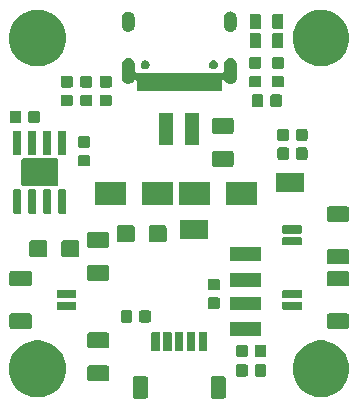
<source format=gbr>
G04 #@! TF.GenerationSoftware,KiCad,Pcbnew,(5.1.5)-3*
G04 #@! TF.CreationDate,2020-04-27T23:25:01+02:00*
G04 #@! TF.ProjectId,unified-usb-pcb_batt,756e6966-6965-4642-9d75-73622d706362,rev?*
G04 #@! TF.SameCoordinates,Original*
G04 #@! TF.FileFunction,Soldermask,Top*
G04 #@! TF.FilePolarity,Negative*
%FSLAX46Y46*%
G04 Gerber Fmt 4.6, Leading zero omitted, Abs format (unit mm)*
G04 Created by KiCad (PCBNEW (5.1.5)-3) date 2020-04-27 23:25:01*
%MOMM*%
%LPD*%
G04 APERTURE LIST*
%ADD10C,0.100000*%
G04 APERTURE END LIST*
D10*
G36*
X34550642Y-50916404D02*
G01*
X34587737Y-50927657D01*
X34621915Y-50945925D01*
X34651881Y-50970519D01*
X34676475Y-51000485D01*
X34694743Y-51034663D01*
X34705996Y-51071758D01*
X34710400Y-51116474D01*
X34710400Y-52609526D01*
X34705996Y-52654242D01*
X34694743Y-52691337D01*
X34676475Y-52725515D01*
X34651881Y-52755481D01*
X34621915Y-52780075D01*
X34587737Y-52798343D01*
X34550642Y-52809596D01*
X34505926Y-52814000D01*
X33612874Y-52814000D01*
X33568158Y-52809596D01*
X33531063Y-52798343D01*
X33496885Y-52780075D01*
X33466919Y-52755481D01*
X33442325Y-52725515D01*
X33424057Y-52691337D01*
X33412804Y-52654242D01*
X33408400Y-52609526D01*
X33408400Y-51116474D01*
X33412804Y-51071758D01*
X33424057Y-51034663D01*
X33442325Y-51000485D01*
X33466919Y-50970519D01*
X33496885Y-50945925D01*
X33531063Y-50927657D01*
X33568158Y-50916404D01*
X33612874Y-50912000D01*
X34505926Y-50912000D01*
X34550642Y-50916404D01*
G37*
G36*
X27950642Y-50916404D02*
G01*
X27987737Y-50927657D01*
X28021915Y-50945925D01*
X28051881Y-50970519D01*
X28076475Y-51000485D01*
X28094743Y-51034663D01*
X28105996Y-51071758D01*
X28110400Y-51116474D01*
X28110400Y-52609526D01*
X28105996Y-52654242D01*
X28094743Y-52691337D01*
X28076475Y-52725515D01*
X28051881Y-52755481D01*
X28021915Y-52780075D01*
X27987737Y-52798343D01*
X27950642Y-52809596D01*
X27905926Y-52814000D01*
X27012874Y-52814000D01*
X26968158Y-52809596D01*
X26931063Y-52798343D01*
X26896885Y-52780075D01*
X26866919Y-52755481D01*
X26842325Y-52725515D01*
X26824057Y-52691337D01*
X26812804Y-52654242D01*
X26808400Y-52609526D01*
X26808400Y-51116474D01*
X26812804Y-51071758D01*
X26824057Y-51034663D01*
X26842325Y-51000485D01*
X26866919Y-50970519D01*
X26896885Y-50945925D01*
X26931063Y-50927657D01*
X26968158Y-50916404D01*
X27012874Y-50912000D01*
X27905926Y-50912000D01*
X27950642Y-50916404D01*
G37*
G36*
X19227812Y-47933134D02*
G01*
X19459746Y-47979269D01*
X19896700Y-48160262D01*
X20289948Y-48423022D01*
X20624378Y-48757452D01*
X20887138Y-49150700D01*
X20887139Y-49150702D01*
X21068131Y-49587655D01*
X21150461Y-50001552D01*
X21160400Y-50051522D01*
X21160400Y-50524478D01*
X21068131Y-50988346D01*
X20887138Y-51425300D01*
X20624378Y-51818548D01*
X20289948Y-52152978D01*
X19896700Y-52415738D01*
X19459746Y-52596731D01*
X19227812Y-52642866D01*
X18995879Y-52689000D01*
X18522921Y-52689000D01*
X18290988Y-52642865D01*
X18059054Y-52596731D01*
X17622100Y-52415738D01*
X17228852Y-52152978D01*
X16894422Y-51818548D01*
X16631662Y-51425300D01*
X16450669Y-50988346D01*
X16358400Y-50524478D01*
X16358400Y-50051522D01*
X16368340Y-50001552D01*
X16450669Y-49587655D01*
X16631661Y-49150702D01*
X16631662Y-49150700D01*
X16894422Y-48757452D01*
X17228852Y-48423022D01*
X17622100Y-48160262D01*
X18059054Y-47979269D01*
X18290988Y-47933134D01*
X18522921Y-47887000D01*
X18995879Y-47887000D01*
X19227812Y-47933134D01*
G37*
G36*
X43227812Y-47933134D02*
G01*
X43459746Y-47979269D01*
X43896700Y-48160262D01*
X44289948Y-48423022D01*
X44624378Y-48757452D01*
X44887138Y-49150700D01*
X44887139Y-49150702D01*
X45068131Y-49587655D01*
X45150461Y-50001552D01*
X45160400Y-50051522D01*
X45160400Y-50524478D01*
X45068131Y-50988346D01*
X44887138Y-51425300D01*
X44624378Y-51818548D01*
X44289948Y-52152978D01*
X43896700Y-52415738D01*
X43459746Y-52596731D01*
X43227812Y-52642866D01*
X42995879Y-52689000D01*
X42522921Y-52689000D01*
X42290988Y-52642865D01*
X42059054Y-52596731D01*
X41622100Y-52415738D01*
X41228852Y-52152978D01*
X40894422Y-51818548D01*
X40631662Y-51425300D01*
X40450669Y-50988346D01*
X40358400Y-50524478D01*
X40358400Y-50051522D01*
X40368340Y-50001552D01*
X40450669Y-49587655D01*
X40631661Y-49150702D01*
X40631662Y-49150700D01*
X40894422Y-48757452D01*
X41228852Y-48423022D01*
X41622100Y-48160262D01*
X42059054Y-47979269D01*
X42290988Y-47933134D01*
X42522921Y-47887000D01*
X42995879Y-47887000D01*
X43227812Y-47933134D01*
G37*
G36*
X24670004Y-50004347D02*
G01*
X24706544Y-50015432D01*
X24740221Y-50033433D01*
X24769741Y-50057659D01*
X24793967Y-50087179D01*
X24811968Y-50120856D01*
X24823053Y-50157396D01*
X24827400Y-50201538D01*
X24827400Y-51150462D01*
X24823053Y-51194604D01*
X24811968Y-51231144D01*
X24793967Y-51264821D01*
X24769741Y-51294341D01*
X24740221Y-51318567D01*
X24706544Y-51336568D01*
X24670004Y-51347653D01*
X24625862Y-51352000D01*
X23176938Y-51352000D01*
X23132796Y-51347653D01*
X23096256Y-51336568D01*
X23062579Y-51318567D01*
X23033059Y-51294341D01*
X23008833Y-51264821D01*
X22990832Y-51231144D01*
X22979747Y-51194604D01*
X22975400Y-51150462D01*
X22975400Y-50201538D01*
X22979747Y-50157396D01*
X22990832Y-50120856D01*
X23008833Y-50087179D01*
X23033059Y-50057659D01*
X23062579Y-50033433D01*
X23096256Y-50015432D01*
X23132796Y-50004347D01*
X23176938Y-50000000D01*
X24625862Y-50000000D01*
X24670004Y-50004347D01*
G37*
G36*
X36409991Y-49897085D02*
G01*
X36443969Y-49907393D01*
X36475290Y-49924134D01*
X36502739Y-49946661D01*
X36525266Y-49974110D01*
X36542007Y-50005431D01*
X36552315Y-50039409D01*
X36556400Y-50080890D01*
X36556400Y-50757110D01*
X36552315Y-50798591D01*
X36542007Y-50832569D01*
X36525266Y-50863890D01*
X36502739Y-50891339D01*
X36475290Y-50913866D01*
X36443969Y-50930607D01*
X36409991Y-50940915D01*
X36368510Y-50945000D01*
X35767290Y-50945000D01*
X35725809Y-50940915D01*
X35691831Y-50930607D01*
X35660510Y-50913866D01*
X35633061Y-50891339D01*
X35610534Y-50863890D01*
X35593793Y-50832569D01*
X35583485Y-50798591D01*
X35579400Y-50757110D01*
X35579400Y-50080890D01*
X35583485Y-50039409D01*
X35593793Y-50005431D01*
X35610534Y-49974110D01*
X35633061Y-49946661D01*
X35660510Y-49924134D01*
X35691831Y-49907393D01*
X35725809Y-49897085D01*
X35767290Y-49893000D01*
X36368510Y-49893000D01*
X36409991Y-49897085D01*
G37*
G36*
X37984991Y-49897085D02*
G01*
X38018969Y-49907393D01*
X38050290Y-49924134D01*
X38077739Y-49946661D01*
X38100266Y-49974110D01*
X38117007Y-50005431D01*
X38127315Y-50039409D01*
X38131400Y-50080890D01*
X38131400Y-50757110D01*
X38127315Y-50798591D01*
X38117007Y-50832569D01*
X38100266Y-50863890D01*
X38077739Y-50891339D01*
X38050290Y-50913866D01*
X38018969Y-50930607D01*
X37984991Y-50940915D01*
X37943510Y-50945000D01*
X37342290Y-50945000D01*
X37300809Y-50940915D01*
X37266831Y-50930607D01*
X37235510Y-50913866D01*
X37208061Y-50891339D01*
X37185534Y-50863890D01*
X37168793Y-50832569D01*
X37158485Y-50798591D01*
X37154400Y-50757110D01*
X37154400Y-50080890D01*
X37158485Y-50039409D01*
X37168793Y-50005431D01*
X37185534Y-49974110D01*
X37208061Y-49946661D01*
X37235510Y-49924134D01*
X37266831Y-49907393D01*
X37300809Y-49897085D01*
X37342290Y-49893000D01*
X37943510Y-49893000D01*
X37984991Y-49897085D01*
G37*
G36*
X37984991Y-48246085D02*
G01*
X38018969Y-48256393D01*
X38050290Y-48273134D01*
X38077739Y-48295661D01*
X38100266Y-48323110D01*
X38117007Y-48354431D01*
X38127315Y-48388409D01*
X38131400Y-48429890D01*
X38131400Y-49106110D01*
X38127315Y-49147591D01*
X38117007Y-49181569D01*
X38100266Y-49212890D01*
X38077739Y-49240339D01*
X38050290Y-49262866D01*
X38018969Y-49279607D01*
X37984991Y-49289915D01*
X37943510Y-49294000D01*
X37342290Y-49294000D01*
X37300809Y-49289915D01*
X37266831Y-49279607D01*
X37235510Y-49262866D01*
X37208061Y-49240339D01*
X37185534Y-49212890D01*
X37168793Y-49181569D01*
X37158485Y-49147591D01*
X37154400Y-49106110D01*
X37154400Y-48429890D01*
X37158485Y-48388409D01*
X37168793Y-48354431D01*
X37185534Y-48323110D01*
X37208061Y-48295661D01*
X37235510Y-48273134D01*
X37266831Y-48256393D01*
X37300809Y-48246085D01*
X37342290Y-48242000D01*
X37943510Y-48242000D01*
X37984991Y-48246085D01*
G37*
G36*
X36409991Y-48246085D02*
G01*
X36443969Y-48256393D01*
X36475290Y-48273134D01*
X36502739Y-48295661D01*
X36525266Y-48323110D01*
X36542007Y-48354431D01*
X36552315Y-48388409D01*
X36556400Y-48429890D01*
X36556400Y-49106110D01*
X36552315Y-49147591D01*
X36542007Y-49181569D01*
X36525266Y-49212890D01*
X36502739Y-49240339D01*
X36475290Y-49262866D01*
X36443969Y-49279607D01*
X36409991Y-49289915D01*
X36368510Y-49294000D01*
X35767290Y-49294000D01*
X35725809Y-49289915D01*
X35691831Y-49279607D01*
X35660510Y-49262866D01*
X35633061Y-49240339D01*
X35610534Y-49212890D01*
X35593793Y-49181569D01*
X35583485Y-49147591D01*
X35579400Y-49106110D01*
X35579400Y-48429890D01*
X35583485Y-48388409D01*
X35593793Y-48354431D01*
X35610534Y-48323110D01*
X35633061Y-48295661D01*
X35660510Y-48273134D01*
X35691831Y-48256393D01*
X35725809Y-48246085D01*
X35767290Y-48242000D01*
X36368510Y-48242000D01*
X36409991Y-48246085D01*
G37*
G36*
X32019328Y-47164764D02*
G01*
X32040409Y-47171160D01*
X32059845Y-47181548D01*
X32076876Y-47195524D01*
X32090852Y-47212555D01*
X32101240Y-47231991D01*
X32107636Y-47253072D01*
X32110400Y-47281140D01*
X32110400Y-48694860D01*
X32107636Y-48722928D01*
X32101240Y-48744009D01*
X32090852Y-48763445D01*
X32076876Y-48780476D01*
X32059845Y-48794452D01*
X32040409Y-48804840D01*
X32019328Y-48811236D01*
X31991260Y-48814000D01*
X31527540Y-48814000D01*
X31499472Y-48811236D01*
X31478391Y-48804840D01*
X31458955Y-48794452D01*
X31441924Y-48780476D01*
X31427948Y-48763445D01*
X31417560Y-48744009D01*
X31411164Y-48722928D01*
X31408400Y-48694860D01*
X31408400Y-47281140D01*
X31411164Y-47253072D01*
X31417560Y-47231991D01*
X31427948Y-47212555D01*
X31441924Y-47195524D01*
X31458955Y-47181548D01*
X31478391Y-47171160D01*
X31499472Y-47164764D01*
X31527540Y-47162000D01*
X31991260Y-47162000D01*
X32019328Y-47164764D01*
G37*
G36*
X30019328Y-47164764D02*
G01*
X30040409Y-47171160D01*
X30059845Y-47181548D01*
X30076876Y-47195524D01*
X30090852Y-47212555D01*
X30101240Y-47231991D01*
X30107636Y-47253072D01*
X30110400Y-47281140D01*
X30110400Y-48694860D01*
X30107636Y-48722928D01*
X30101240Y-48744009D01*
X30090852Y-48763445D01*
X30076876Y-48780476D01*
X30059845Y-48794452D01*
X30040409Y-48804840D01*
X30019328Y-48811236D01*
X29991260Y-48814000D01*
X29527540Y-48814000D01*
X29499472Y-48811236D01*
X29478391Y-48804840D01*
X29458955Y-48794452D01*
X29441924Y-48780476D01*
X29427948Y-48763445D01*
X29417560Y-48744009D01*
X29411164Y-48722928D01*
X29408400Y-48694860D01*
X29408400Y-47281140D01*
X29411164Y-47253072D01*
X29417560Y-47231991D01*
X29427948Y-47212555D01*
X29441924Y-47195524D01*
X29458955Y-47181548D01*
X29478391Y-47171160D01*
X29499472Y-47164764D01*
X29527540Y-47162000D01*
X29991260Y-47162000D01*
X30019328Y-47164764D01*
G37*
G36*
X29019328Y-47164764D02*
G01*
X29040409Y-47171160D01*
X29059845Y-47181548D01*
X29076876Y-47195524D01*
X29090852Y-47212555D01*
X29101240Y-47231991D01*
X29107636Y-47253072D01*
X29110400Y-47281140D01*
X29110400Y-48694860D01*
X29107636Y-48722928D01*
X29101240Y-48744009D01*
X29090852Y-48763445D01*
X29076876Y-48780476D01*
X29059845Y-48794452D01*
X29040409Y-48804840D01*
X29019328Y-48811236D01*
X28991260Y-48814000D01*
X28527540Y-48814000D01*
X28499472Y-48811236D01*
X28478391Y-48804840D01*
X28458955Y-48794452D01*
X28441924Y-48780476D01*
X28427948Y-48763445D01*
X28417560Y-48744009D01*
X28411164Y-48722928D01*
X28408400Y-48694860D01*
X28408400Y-47281140D01*
X28411164Y-47253072D01*
X28417560Y-47231991D01*
X28427948Y-47212555D01*
X28441924Y-47195524D01*
X28458955Y-47181548D01*
X28478391Y-47171160D01*
X28499472Y-47164764D01*
X28527540Y-47162000D01*
X28991260Y-47162000D01*
X29019328Y-47164764D01*
G37*
G36*
X31019328Y-47164764D02*
G01*
X31040409Y-47171160D01*
X31059845Y-47181548D01*
X31076876Y-47195524D01*
X31090852Y-47212555D01*
X31101240Y-47231991D01*
X31107636Y-47253072D01*
X31110400Y-47281140D01*
X31110400Y-48694860D01*
X31107636Y-48722928D01*
X31101240Y-48744009D01*
X31090852Y-48763445D01*
X31076876Y-48780476D01*
X31059845Y-48794452D01*
X31040409Y-48804840D01*
X31019328Y-48811236D01*
X30991260Y-48814000D01*
X30527540Y-48814000D01*
X30499472Y-48811236D01*
X30478391Y-48804840D01*
X30458955Y-48794452D01*
X30441924Y-48780476D01*
X30427948Y-48763445D01*
X30417560Y-48744009D01*
X30411164Y-48722928D01*
X30408400Y-48694860D01*
X30408400Y-47281140D01*
X30411164Y-47253072D01*
X30417560Y-47231991D01*
X30427948Y-47212555D01*
X30441924Y-47195524D01*
X30458955Y-47181548D01*
X30478391Y-47171160D01*
X30499472Y-47164764D01*
X30527540Y-47162000D01*
X30991260Y-47162000D01*
X31019328Y-47164764D01*
G37*
G36*
X33019328Y-47164764D02*
G01*
X33040409Y-47171160D01*
X33059845Y-47181548D01*
X33076876Y-47195524D01*
X33090852Y-47212555D01*
X33101240Y-47231991D01*
X33107636Y-47253072D01*
X33110400Y-47281140D01*
X33110400Y-48694860D01*
X33107636Y-48722928D01*
X33101240Y-48744009D01*
X33090852Y-48763445D01*
X33076876Y-48780476D01*
X33059845Y-48794452D01*
X33040409Y-48804840D01*
X33019328Y-48811236D01*
X32991260Y-48814000D01*
X32527540Y-48814000D01*
X32499472Y-48811236D01*
X32478391Y-48804840D01*
X32458955Y-48794452D01*
X32441924Y-48780476D01*
X32427948Y-48763445D01*
X32417560Y-48744009D01*
X32411164Y-48722928D01*
X32408400Y-48694860D01*
X32408400Y-47281140D01*
X32411164Y-47253072D01*
X32417560Y-47231991D01*
X32427948Y-47212555D01*
X32441924Y-47195524D01*
X32458955Y-47181548D01*
X32478391Y-47171160D01*
X32499472Y-47164764D01*
X32527540Y-47162000D01*
X32991260Y-47162000D01*
X33019328Y-47164764D01*
G37*
G36*
X24670004Y-47204347D02*
G01*
X24706544Y-47215432D01*
X24740221Y-47233433D01*
X24769741Y-47257659D01*
X24793967Y-47287179D01*
X24811968Y-47320856D01*
X24823053Y-47357396D01*
X24827400Y-47401538D01*
X24827400Y-48350462D01*
X24823053Y-48394604D01*
X24811968Y-48431144D01*
X24793967Y-48464821D01*
X24769741Y-48494341D01*
X24740221Y-48518567D01*
X24706544Y-48536568D01*
X24670004Y-48547653D01*
X24625862Y-48552000D01*
X23176938Y-48552000D01*
X23132796Y-48547653D01*
X23096256Y-48536568D01*
X23062579Y-48518567D01*
X23033059Y-48494341D01*
X23008833Y-48464821D01*
X22990832Y-48431144D01*
X22979747Y-48394604D01*
X22975400Y-48350462D01*
X22975400Y-47401538D01*
X22979747Y-47357396D01*
X22990832Y-47320856D01*
X23008833Y-47287179D01*
X23033059Y-47257659D01*
X23062579Y-47233433D01*
X23096256Y-47215432D01*
X23132796Y-47204347D01*
X23176938Y-47200000D01*
X24625862Y-47200000D01*
X24670004Y-47204347D01*
G37*
G36*
X37673400Y-47528000D02*
G01*
X35021400Y-47528000D01*
X35021400Y-46366000D01*
X37673400Y-46366000D01*
X37673400Y-47528000D01*
G37*
G36*
X44982642Y-45603404D02*
G01*
X45019737Y-45614657D01*
X45053915Y-45632925D01*
X45083881Y-45657519D01*
X45108475Y-45687485D01*
X45126743Y-45721663D01*
X45137996Y-45758758D01*
X45142400Y-45803474D01*
X45142400Y-46696526D01*
X45137996Y-46741242D01*
X45126743Y-46778337D01*
X45108475Y-46812515D01*
X45083881Y-46842481D01*
X45053915Y-46867075D01*
X45019737Y-46885343D01*
X44982642Y-46896596D01*
X44937926Y-46901000D01*
X43444874Y-46901000D01*
X43400158Y-46896596D01*
X43363063Y-46885343D01*
X43328885Y-46867075D01*
X43298919Y-46842481D01*
X43274325Y-46812515D01*
X43256057Y-46778337D01*
X43244804Y-46741242D01*
X43240400Y-46696526D01*
X43240400Y-45803474D01*
X43244804Y-45758758D01*
X43256057Y-45721663D01*
X43274325Y-45687485D01*
X43298919Y-45657519D01*
X43328885Y-45632925D01*
X43363063Y-45614657D01*
X43400158Y-45603404D01*
X43444874Y-45599000D01*
X44937926Y-45599000D01*
X44982642Y-45603404D01*
G37*
G36*
X18118642Y-45603404D02*
G01*
X18155737Y-45614657D01*
X18189915Y-45632925D01*
X18219881Y-45657519D01*
X18244475Y-45687485D01*
X18262743Y-45721663D01*
X18273996Y-45758758D01*
X18278400Y-45803474D01*
X18278400Y-46696526D01*
X18273996Y-46741242D01*
X18262743Y-46778337D01*
X18244475Y-46812515D01*
X18219881Y-46842481D01*
X18189915Y-46867075D01*
X18155737Y-46885343D01*
X18118642Y-46896596D01*
X18073926Y-46901000D01*
X16580874Y-46901000D01*
X16536158Y-46896596D01*
X16499063Y-46885343D01*
X16464885Y-46867075D01*
X16434919Y-46842481D01*
X16410325Y-46812515D01*
X16392057Y-46778337D01*
X16380804Y-46741242D01*
X16376400Y-46696526D01*
X16376400Y-45803474D01*
X16380804Y-45758758D01*
X16392057Y-45721663D01*
X16410325Y-45687485D01*
X16434919Y-45657519D01*
X16464885Y-45632925D01*
X16499063Y-45614657D01*
X16536158Y-45603404D01*
X16580874Y-45599000D01*
X18073926Y-45599000D01*
X18118642Y-45603404D01*
G37*
G36*
X28205991Y-45325085D02*
G01*
X28239969Y-45335393D01*
X28271290Y-45352134D01*
X28298739Y-45374661D01*
X28321266Y-45402110D01*
X28338007Y-45433431D01*
X28348315Y-45467409D01*
X28352400Y-45508890D01*
X28352400Y-46185110D01*
X28348315Y-46226591D01*
X28338007Y-46260569D01*
X28321266Y-46291890D01*
X28298739Y-46319339D01*
X28271290Y-46341866D01*
X28239969Y-46358607D01*
X28205991Y-46368915D01*
X28164510Y-46373000D01*
X27563290Y-46373000D01*
X27521809Y-46368915D01*
X27487831Y-46358607D01*
X27456510Y-46341866D01*
X27429061Y-46319339D01*
X27406534Y-46291890D01*
X27389793Y-46260569D01*
X27379485Y-46226591D01*
X27375400Y-46185110D01*
X27375400Y-45508890D01*
X27379485Y-45467409D01*
X27389793Y-45433431D01*
X27406534Y-45402110D01*
X27429061Y-45374661D01*
X27456510Y-45352134D01*
X27487831Y-45335393D01*
X27521809Y-45325085D01*
X27563290Y-45321000D01*
X28164510Y-45321000D01*
X28205991Y-45325085D01*
G37*
G36*
X26630991Y-45325085D02*
G01*
X26664969Y-45335393D01*
X26696290Y-45352134D01*
X26723739Y-45374661D01*
X26746266Y-45402110D01*
X26763007Y-45433431D01*
X26773315Y-45467409D01*
X26777400Y-45508890D01*
X26777400Y-46185110D01*
X26773315Y-46226591D01*
X26763007Y-46260569D01*
X26746266Y-46291890D01*
X26723739Y-46319339D01*
X26696290Y-46341866D01*
X26664969Y-46358607D01*
X26630991Y-46368915D01*
X26589510Y-46373000D01*
X25988290Y-46373000D01*
X25946809Y-46368915D01*
X25912831Y-46358607D01*
X25881510Y-46341866D01*
X25854061Y-46319339D01*
X25831534Y-46291890D01*
X25814793Y-46260569D01*
X25804485Y-46226591D01*
X25800400Y-46185110D01*
X25800400Y-45508890D01*
X25804485Y-45467409D01*
X25814793Y-45433431D01*
X25831534Y-45402110D01*
X25854061Y-45374661D01*
X25881510Y-45352134D01*
X25912831Y-45335393D01*
X25946809Y-45325085D01*
X25988290Y-45321000D01*
X26589510Y-45321000D01*
X26630991Y-45325085D01*
G37*
G36*
X37673400Y-45328000D02*
G01*
X35021400Y-45328000D01*
X35021400Y-44166000D01*
X37673400Y-44166000D01*
X37673400Y-45328000D01*
G37*
G36*
X41051328Y-44601764D02*
G01*
X41072409Y-44608160D01*
X41091845Y-44618548D01*
X41108876Y-44632524D01*
X41122852Y-44649555D01*
X41133240Y-44668991D01*
X41139636Y-44690072D01*
X41142400Y-44718140D01*
X41142400Y-45181860D01*
X41139636Y-45209928D01*
X41133240Y-45231009D01*
X41122852Y-45250445D01*
X41108876Y-45267476D01*
X41091845Y-45281452D01*
X41072409Y-45291840D01*
X41051328Y-45298236D01*
X41023260Y-45301000D01*
X39609540Y-45301000D01*
X39581472Y-45298236D01*
X39560391Y-45291840D01*
X39540955Y-45281452D01*
X39523924Y-45267476D01*
X39509948Y-45250445D01*
X39499560Y-45231009D01*
X39493164Y-45209928D01*
X39490400Y-45181860D01*
X39490400Y-44718140D01*
X39493164Y-44690072D01*
X39499560Y-44668991D01*
X39509948Y-44649555D01*
X39523924Y-44632524D01*
X39540955Y-44618548D01*
X39560391Y-44608160D01*
X39581472Y-44601764D01*
X39609540Y-44599000D01*
X41023260Y-44599000D01*
X41051328Y-44601764D01*
G37*
G36*
X21937328Y-44601764D02*
G01*
X21958409Y-44608160D01*
X21977845Y-44618548D01*
X21994876Y-44632524D01*
X22008852Y-44649555D01*
X22019240Y-44668991D01*
X22025636Y-44690072D01*
X22028400Y-44718140D01*
X22028400Y-45181860D01*
X22025636Y-45209928D01*
X22019240Y-45231009D01*
X22008852Y-45250445D01*
X21994876Y-45267476D01*
X21977845Y-45281452D01*
X21958409Y-45291840D01*
X21937328Y-45298236D01*
X21909260Y-45301000D01*
X20495540Y-45301000D01*
X20467472Y-45298236D01*
X20446391Y-45291840D01*
X20426955Y-45281452D01*
X20409924Y-45267476D01*
X20395948Y-45250445D01*
X20385560Y-45231009D01*
X20379164Y-45209928D01*
X20376400Y-45181860D01*
X20376400Y-44718140D01*
X20379164Y-44690072D01*
X20385560Y-44668991D01*
X20395948Y-44649555D01*
X20409924Y-44632524D01*
X20426955Y-44618548D01*
X20446391Y-44608160D01*
X20467472Y-44601764D01*
X20495540Y-44599000D01*
X21909260Y-44599000D01*
X21937328Y-44601764D01*
G37*
G36*
X34059991Y-44245085D02*
G01*
X34093969Y-44255393D01*
X34125290Y-44272134D01*
X34152739Y-44294661D01*
X34175266Y-44322110D01*
X34192007Y-44353431D01*
X34202315Y-44387409D01*
X34206400Y-44428890D01*
X34206400Y-45030110D01*
X34202315Y-45071591D01*
X34192007Y-45105569D01*
X34175266Y-45136890D01*
X34152739Y-45164339D01*
X34125290Y-45186866D01*
X34093969Y-45203607D01*
X34059991Y-45213915D01*
X34018510Y-45218000D01*
X33342290Y-45218000D01*
X33300809Y-45213915D01*
X33266831Y-45203607D01*
X33235510Y-45186866D01*
X33208061Y-45164339D01*
X33185534Y-45136890D01*
X33168793Y-45105569D01*
X33158485Y-45071591D01*
X33154400Y-45030110D01*
X33154400Y-44428890D01*
X33158485Y-44387409D01*
X33168793Y-44353431D01*
X33185534Y-44322110D01*
X33208061Y-44294661D01*
X33235510Y-44272134D01*
X33266831Y-44255393D01*
X33300809Y-44245085D01*
X33342290Y-44241000D01*
X34018510Y-44241000D01*
X34059991Y-44245085D01*
G37*
G36*
X21937328Y-43601764D02*
G01*
X21958409Y-43608160D01*
X21977845Y-43618548D01*
X21994876Y-43632524D01*
X22008852Y-43649555D01*
X22019240Y-43668991D01*
X22025636Y-43690072D01*
X22028400Y-43718140D01*
X22028400Y-44181860D01*
X22025636Y-44209928D01*
X22019240Y-44231009D01*
X22008852Y-44250445D01*
X21994876Y-44267476D01*
X21977845Y-44281452D01*
X21958409Y-44291840D01*
X21937328Y-44298236D01*
X21909260Y-44301000D01*
X20495540Y-44301000D01*
X20467472Y-44298236D01*
X20446391Y-44291840D01*
X20426955Y-44281452D01*
X20409924Y-44267476D01*
X20395948Y-44250445D01*
X20385560Y-44231009D01*
X20379164Y-44209928D01*
X20376400Y-44181860D01*
X20376400Y-43718140D01*
X20379164Y-43690072D01*
X20385560Y-43668991D01*
X20395948Y-43649555D01*
X20409924Y-43632524D01*
X20426955Y-43618548D01*
X20446391Y-43608160D01*
X20467472Y-43601764D01*
X20495540Y-43599000D01*
X21909260Y-43599000D01*
X21937328Y-43601764D01*
G37*
G36*
X41051328Y-43601764D02*
G01*
X41072409Y-43608160D01*
X41091845Y-43618548D01*
X41108876Y-43632524D01*
X41122852Y-43649555D01*
X41133240Y-43668991D01*
X41139636Y-43690072D01*
X41142400Y-43718140D01*
X41142400Y-44181860D01*
X41139636Y-44209928D01*
X41133240Y-44231009D01*
X41122852Y-44250445D01*
X41108876Y-44267476D01*
X41091845Y-44281452D01*
X41072409Y-44291840D01*
X41051328Y-44298236D01*
X41023260Y-44301000D01*
X39609540Y-44301000D01*
X39581472Y-44298236D01*
X39560391Y-44291840D01*
X39540955Y-44281452D01*
X39523924Y-44267476D01*
X39509948Y-44250445D01*
X39499560Y-44231009D01*
X39493164Y-44209928D01*
X39490400Y-44181860D01*
X39490400Y-43718140D01*
X39493164Y-43690072D01*
X39499560Y-43668991D01*
X39509948Y-43649555D01*
X39523924Y-43632524D01*
X39540955Y-43618548D01*
X39560391Y-43608160D01*
X39581472Y-43601764D01*
X39609540Y-43599000D01*
X41023260Y-43599000D01*
X41051328Y-43601764D01*
G37*
G36*
X34059991Y-42670085D02*
G01*
X34093969Y-42680393D01*
X34125290Y-42697134D01*
X34152739Y-42719661D01*
X34175266Y-42747110D01*
X34192007Y-42778431D01*
X34202315Y-42812409D01*
X34206400Y-42853890D01*
X34206400Y-43455110D01*
X34202315Y-43496591D01*
X34192007Y-43530569D01*
X34175266Y-43561890D01*
X34152739Y-43589339D01*
X34125290Y-43611866D01*
X34093969Y-43628607D01*
X34059991Y-43638915D01*
X34018510Y-43643000D01*
X33342290Y-43643000D01*
X33300809Y-43638915D01*
X33266831Y-43628607D01*
X33235510Y-43611866D01*
X33208061Y-43589339D01*
X33185534Y-43561890D01*
X33168793Y-43530569D01*
X33158485Y-43496591D01*
X33154400Y-43455110D01*
X33154400Y-42853890D01*
X33158485Y-42812409D01*
X33168793Y-42778431D01*
X33185534Y-42747110D01*
X33208061Y-42719661D01*
X33235510Y-42697134D01*
X33266831Y-42680393D01*
X33300809Y-42670085D01*
X33342290Y-42666000D01*
X34018510Y-42666000D01*
X34059991Y-42670085D01*
G37*
G36*
X37685400Y-43369000D02*
G01*
X35033400Y-43369000D01*
X35033400Y-42207000D01*
X37685400Y-42207000D01*
X37685400Y-43369000D01*
G37*
G36*
X44982642Y-42003404D02*
G01*
X45019737Y-42014657D01*
X45053915Y-42032925D01*
X45083881Y-42057519D01*
X45108475Y-42087485D01*
X45126743Y-42121663D01*
X45137996Y-42158758D01*
X45142400Y-42203474D01*
X45142400Y-43096526D01*
X45137996Y-43141242D01*
X45126743Y-43178337D01*
X45108475Y-43212515D01*
X45083881Y-43242481D01*
X45053915Y-43267075D01*
X45019737Y-43285343D01*
X44982642Y-43296596D01*
X44937926Y-43301000D01*
X43444874Y-43301000D01*
X43400158Y-43296596D01*
X43363063Y-43285343D01*
X43328885Y-43267075D01*
X43298919Y-43242481D01*
X43274325Y-43212515D01*
X43256057Y-43178337D01*
X43244804Y-43141242D01*
X43240400Y-43096526D01*
X43240400Y-42203474D01*
X43244804Y-42158758D01*
X43256057Y-42121663D01*
X43274325Y-42087485D01*
X43298919Y-42057519D01*
X43328885Y-42032925D01*
X43363063Y-42014657D01*
X43400158Y-42003404D01*
X43444874Y-41999000D01*
X44937926Y-41999000D01*
X44982642Y-42003404D01*
G37*
G36*
X18118642Y-42003404D02*
G01*
X18155737Y-42014657D01*
X18189915Y-42032925D01*
X18219881Y-42057519D01*
X18244475Y-42087485D01*
X18262743Y-42121663D01*
X18273996Y-42158758D01*
X18278400Y-42203474D01*
X18278400Y-43096526D01*
X18273996Y-43141242D01*
X18262743Y-43178337D01*
X18244475Y-43212515D01*
X18219881Y-43242481D01*
X18189915Y-43267075D01*
X18155737Y-43285343D01*
X18118642Y-43296596D01*
X18073926Y-43301000D01*
X16580874Y-43301000D01*
X16536158Y-43296596D01*
X16499063Y-43285343D01*
X16464885Y-43267075D01*
X16434919Y-43242481D01*
X16410325Y-43212515D01*
X16392057Y-43178337D01*
X16380804Y-43141242D01*
X16376400Y-43096526D01*
X16376400Y-42203474D01*
X16380804Y-42158758D01*
X16392057Y-42121663D01*
X16410325Y-42087485D01*
X16434919Y-42057519D01*
X16464885Y-42032925D01*
X16499063Y-42014657D01*
X16536158Y-42003404D01*
X16580874Y-41999000D01*
X18073926Y-41999000D01*
X18118642Y-42003404D01*
G37*
G36*
X24670004Y-41495347D02*
G01*
X24706544Y-41506432D01*
X24740221Y-41524433D01*
X24769741Y-41548659D01*
X24793967Y-41578179D01*
X24811968Y-41611856D01*
X24823053Y-41648396D01*
X24827400Y-41692538D01*
X24827400Y-42641462D01*
X24823053Y-42685604D01*
X24811968Y-42722144D01*
X24793967Y-42755821D01*
X24769741Y-42785341D01*
X24740221Y-42809567D01*
X24706544Y-42827568D01*
X24670004Y-42838653D01*
X24625862Y-42843000D01*
X23176938Y-42843000D01*
X23132796Y-42838653D01*
X23096256Y-42827568D01*
X23062579Y-42809567D01*
X23033059Y-42785341D01*
X23008833Y-42755821D01*
X22990832Y-42722144D01*
X22979747Y-42685604D01*
X22975400Y-42641462D01*
X22975400Y-41692538D01*
X22979747Y-41648396D01*
X22990832Y-41611856D01*
X23008833Y-41578179D01*
X23033059Y-41548659D01*
X23062579Y-41524433D01*
X23096256Y-41506432D01*
X23132796Y-41495347D01*
X23176938Y-41491000D01*
X24625862Y-41491000D01*
X24670004Y-41495347D01*
G37*
G36*
X44982642Y-40142404D02*
G01*
X45019737Y-40153657D01*
X45053915Y-40171925D01*
X45083881Y-40196519D01*
X45108475Y-40226485D01*
X45126743Y-40260663D01*
X45137996Y-40297758D01*
X45142400Y-40342474D01*
X45142400Y-41235526D01*
X45137996Y-41280242D01*
X45126743Y-41317337D01*
X45108475Y-41351515D01*
X45083881Y-41381481D01*
X45053915Y-41406075D01*
X45019737Y-41424343D01*
X44982642Y-41435596D01*
X44937926Y-41440000D01*
X43444874Y-41440000D01*
X43400158Y-41435596D01*
X43363063Y-41424343D01*
X43328885Y-41406075D01*
X43298919Y-41381481D01*
X43274325Y-41351515D01*
X43256057Y-41317337D01*
X43244804Y-41280242D01*
X43240400Y-41235526D01*
X43240400Y-40342474D01*
X43244804Y-40297758D01*
X43256057Y-40260663D01*
X43274325Y-40226485D01*
X43298919Y-40196519D01*
X43328885Y-40171925D01*
X43363063Y-40153657D01*
X43400158Y-40142404D01*
X43444874Y-40138000D01*
X44937926Y-40138000D01*
X44982642Y-40142404D01*
G37*
G36*
X37685400Y-41169000D02*
G01*
X35033400Y-41169000D01*
X35033400Y-40007000D01*
X37685400Y-40007000D01*
X37685400Y-41169000D01*
G37*
G36*
X19419198Y-39410247D02*
G01*
X19454767Y-39421037D01*
X19487539Y-39438554D01*
X19516269Y-39462131D01*
X19539846Y-39490861D01*
X19557363Y-39523633D01*
X19568153Y-39559202D01*
X19572400Y-39602325D01*
X19572400Y-40661675D01*
X19568153Y-40704798D01*
X19557363Y-40740367D01*
X19539846Y-40773139D01*
X19516269Y-40801869D01*
X19487539Y-40825446D01*
X19454767Y-40842963D01*
X19419198Y-40853753D01*
X19376075Y-40858000D01*
X18266725Y-40858000D01*
X18223602Y-40853753D01*
X18188033Y-40842963D01*
X18155261Y-40825446D01*
X18126531Y-40801869D01*
X18102954Y-40773139D01*
X18085437Y-40740367D01*
X18074647Y-40704798D01*
X18070400Y-40661675D01*
X18070400Y-39602325D01*
X18074647Y-39559202D01*
X18085437Y-39523633D01*
X18102954Y-39490861D01*
X18126531Y-39462131D01*
X18155261Y-39438554D01*
X18188033Y-39421037D01*
X18223602Y-39410247D01*
X18266725Y-39406000D01*
X19376075Y-39406000D01*
X19419198Y-39410247D01*
G37*
G36*
X22119198Y-39410247D02*
G01*
X22154767Y-39421037D01*
X22187539Y-39438554D01*
X22216269Y-39462131D01*
X22239846Y-39490861D01*
X22257363Y-39523633D01*
X22268153Y-39559202D01*
X22272400Y-39602325D01*
X22272400Y-40661675D01*
X22268153Y-40704798D01*
X22257363Y-40740367D01*
X22239846Y-40773139D01*
X22216269Y-40801869D01*
X22187539Y-40825446D01*
X22154767Y-40842963D01*
X22119198Y-40853753D01*
X22076075Y-40858000D01*
X20966725Y-40858000D01*
X20923602Y-40853753D01*
X20888033Y-40842963D01*
X20855261Y-40825446D01*
X20826531Y-40801869D01*
X20802954Y-40773139D01*
X20785437Y-40740367D01*
X20774647Y-40704798D01*
X20770400Y-40661675D01*
X20770400Y-39602325D01*
X20774647Y-39559202D01*
X20785437Y-39523633D01*
X20802954Y-39490861D01*
X20826531Y-39462131D01*
X20855261Y-39438554D01*
X20888033Y-39421037D01*
X20923602Y-39410247D01*
X20966725Y-39406000D01*
X22076075Y-39406000D01*
X22119198Y-39410247D01*
G37*
G36*
X24670004Y-38695347D02*
G01*
X24706544Y-38706432D01*
X24740221Y-38724433D01*
X24769741Y-38748659D01*
X24793967Y-38778179D01*
X24811968Y-38811856D01*
X24823053Y-38848396D01*
X24827400Y-38892538D01*
X24827400Y-39841462D01*
X24823053Y-39885604D01*
X24811968Y-39922144D01*
X24793967Y-39955821D01*
X24769741Y-39985341D01*
X24740221Y-40009567D01*
X24706544Y-40027568D01*
X24670004Y-40038653D01*
X24625862Y-40043000D01*
X23176938Y-40043000D01*
X23132796Y-40038653D01*
X23096256Y-40027568D01*
X23062579Y-40009567D01*
X23033059Y-39985341D01*
X23008833Y-39955821D01*
X22990832Y-39922144D01*
X22979747Y-39885604D01*
X22975400Y-39841462D01*
X22975400Y-38892538D01*
X22979747Y-38848396D01*
X22990832Y-38811856D01*
X23008833Y-38778179D01*
X23033059Y-38748659D01*
X23062579Y-38724433D01*
X23096256Y-38706432D01*
X23132796Y-38695347D01*
X23176938Y-38691000D01*
X24625862Y-38691000D01*
X24670004Y-38695347D01*
G37*
G36*
X41051328Y-39140764D02*
G01*
X41072409Y-39147160D01*
X41091845Y-39157548D01*
X41108876Y-39171524D01*
X41122852Y-39188555D01*
X41133240Y-39207991D01*
X41139636Y-39229072D01*
X41142400Y-39257140D01*
X41142400Y-39720860D01*
X41139636Y-39748928D01*
X41133240Y-39770009D01*
X41122852Y-39789445D01*
X41108876Y-39806476D01*
X41091845Y-39820452D01*
X41072409Y-39830840D01*
X41051328Y-39837236D01*
X41023260Y-39840000D01*
X39609540Y-39840000D01*
X39581472Y-39837236D01*
X39560391Y-39830840D01*
X39540955Y-39820452D01*
X39523924Y-39806476D01*
X39509948Y-39789445D01*
X39499560Y-39770009D01*
X39493164Y-39748928D01*
X39490400Y-39720860D01*
X39490400Y-39257140D01*
X39493164Y-39229072D01*
X39499560Y-39207991D01*
X39509948Y-39188555D01*
X39523924Y-39171524D01*
X39540955Y-39157548D01*
X39560391Y-39147160D01*
X39581472Y-39140764D01*
X39609540Y-39138000D01*
X41023260Y-39138000D01*
X41051328Y-39140764D01*
G37*
G36*
X26832198Y-38140247D02*
G01*
X26867767Y-38151037D01*
X26900539Y-38168554D01*
X26929269Y-38192131D01*
X26952846Y-38220861D01*
X26970363Y-38253633D01*
X26981153Y-38289202D01*
X26985400Y-38332325D01*
X26985400Y-39391675D01*
X26981153Y-39434798D01*
X26970363Y-39470367D01*
X26952846Y-39503139D01*
X26929269Y-39531869D01*
X26900539Y-39555446D01*
X26867767Y-39572963D01*
X26832198Y-39583753D01*
X26789075Y-39588000D01*
X25679725Y-39588000D01*
X25636602Y-39583753D01*
X25601033Y-39572963D01*
X25568261Y-39555446D01*
X25539531Y-39531869D01*
X25515954Y-39503139D01*
X25498437Y-39470367D01*
X25487647Y-39434798D01*
X25483400Y-39391675D01*
X25483400Y-38332325D01*
X25487647Y-38289202D01*
X25498437Y-38253633D01*
X25515954Y-38220861D01*
X25539531Y-38192131D01*
X25568261Y-38168554D01*
X25601033Y-38151037D01*
X25636602Y-38140247D01*
X25679725Y-38136000D01*
X26789075Y-38136000D01*
X26832198Y-38140247D01*
G37*
G36*
X29532198Y-38140247D02*
G01*
X29567767Y-38151037D01*
X29600539Y-38168554D01*
X29629269Y-38192131D01*
X29652846Y-38220861D01*
X29670363Y-38253633D01*
X29681153Y-38289202D01*
X29685400Y-38332325D01*
X29685400Y-39391675D01*
X29681153Y-39434798D01*
X29670363Y-39470367D01*
X29652846Y-39503139D01*
X29629269Y-39531869D01*
X29600539Y-39555446D01*
X29567767Y-39572963D01*
X29532198Y-39583753D01*
X29489075Y-39588000D01*
X28379725Y-39588000D01*
X28336602Y-39583753D01*
X28301033Y-39572963D01*
X28268261Y-39555446D01*
X28239531Y-39531869D01*
X28215954Y-39503139D01*
X28198437Y-39470367D01*
X28187647Y-39434798D01*
X28183400Y-39391675D01*
X28183400Y-38332325D01*
X28187647Y-38289202D01*
X28198437Y-38253633D01*
X28215954Y-38220861D01*
X28239531Y-38192131D01*
X28268261Y-38168554D01*
X28301033Y-38151037D01*
X28336602Y-38140247D01*
X28379725Y-38136000D01*
X29489075Y-38136000D01*
X29532198Y-38140247D01*
G37*
G36*
X33230400Y-39282000D02*
G01*
X30828400Y-39282000D01*
X30828400Y-37680000D01*
X33230400Y-37680000D01*
X33230400Y-39282000D01*
G37*
G36*
X41051328Y-38140764D02*
G01*
X41072409Y-38147160D01*
X41091845Y-38157548D01*
X41108876Y-38171524D01*
X41122852Y-38188555D01*
X41133240Y-38207991D01*
X41139636Y-38229072D01*
X41142400Y-38257140D01*
X41142400Y-38720860D01*
X41139636Y-38748928D01*
X41133240Y-38770009D01*
X41122852Y-38789445D01*
X41108876Y-38806476D01*
X41091845Y-38820452D01*
X41072409Y-38830840D01*
X41051328Y-38837236D01*
X41023260Y-38840000D01*
X39609540Y-38840000D01*
X39581472Y-38837236D01*
X39560391Y-38830840D01*
X39540955Y-38820452D01*
X39523924Y-38806476D01*
X39509948Y-38789445D01*
X39499560Y-38770009D01*
X39493164Y-38748928D01*
X39490400Y-38720860D01*
X39490400Y-38257140D01*
X39493164Y-38229072D01*
X39499560Y-38207991D01*
X39509948Y-38188555D01*
X39523924Y-38171524D01*
X39540955Y-38157548D01*
X39560391Y-38147160D01*
X39581472Y-38140764D01*
X39609540Y-38138000D01*
X41023260Y-38138000D01*
X41051328Y-38140764D01*
G37*
G36*
X44982642Y-36542404D02*
G01*
X45019737Y-36553657D01*
X45053915Y-36571925D01*
X45083881Y-36596519D01*
X45108475Y-36626485D01*
X45126743Y-36660663D01*
X45137996Y-36697758D01*
X45142400Y-36742474D01*
X45142400Y-37635526D01*
X45137996Y-37680242D01*
X45126743Y-37717337D01*
X45108475Y-37751515D01*
X45083881Y-37781481D01*
X45053915Y-37806075D01*
X45019737Y-37824343D01*
X44982642Y-37835596D01*
X44937926Y-37840000D01*
X43444874Y-37840000D01*
X43400158Y-37835596D01*
X43363063Y-37824343D01*
X43328885Y-37806075D01*
X43298919Y-37781481D01*
X43274325Y-37751515D01*
X43256057Y-37717337D01*
X43244804Y-37680242D01*
X43240400Y-37635526D01*
X43240400Y-36742474D01*
X43244804Y-36697758D01*
X43256057Y-36660663D01*
X43274325Y-36626485D01*
X43298919Y-36596519D01*
X43328885Y-36571925D01*
X43363063Y-36553657D01*
X43400158Y-36542404D01*
X43444874Y-36538000D01*
X44937926Y-36538000D01*
X44982642Y-36542404D01*
G37*
G36*
X18573328Y-35106764D02*
G01*
X18594409Y-35113160D01*
X18613845Y-35123548D01*
X18630876Y-35137524D01*
X18644852Y-35154555D01*
X18655240Y-35173991D01*
X18661636Y-35195072D01*
X18664400Y-35223140D01*
X18664400Y-37036860D01*
X18661636Y-37064928D01*
X18655240Y-37086009D01*
X18644852Y-37105445D01*
X18630876Y-37122476D01*
X18613845Y-37136452D01*
X18594409Y-37146840D01*
X18573328Y-37153236D01*
X18545260Y-37156000D01*
X18081540Y-37156000D01*
X18053472Y-37153236D01*
X18032391Y-37146840D01*
X18012955Y-37136452D01*
X17995924Y-37122476D01*
X17981948Y-37105445D01*
X17971560Y-37086009D01*
X17965164Y-37064928D01*
X17962400Y-37036860D01*
X17962400Y-35223140D01*
X17965164Y-35195072D01*
X17971560Y-35173991D01*
X17981948Y-35154555D01*
X17995924Y-35137524D01*
X18012955Y-35123548D01*
X18032391Y-35113160D01*
X18053472Y-35106764D01*
X18081540Y-35104000D01*
X18545260Y-35104000D01*
X18573328Y-35106764D01*
G37*
G36*
X17303328Y-35106764D02*
G01*
X17324409Y-35113160D01*
X17343845Y-35123548D01*
X17360876Y-35137524D01*
X17374852Y-35154555D01*
X17385240Y-35173991D01*
X17391636Y-35195072D01*
X17394400Y-35223140D01*
X17394400Y-37036860D01*
X17391636Y-37064928D01*
X17385240Y-37086009D01*
X17374852Y-37105445D01*
X17360876Y-37122476D01*
X17343845Y-37136452D01*
X17324409Y-37146840D01*
X17303328Y-37153236D01*
X17275260Y-37156000D01*
X16811540Y-37156000D01*
X16783472Y-37153236D01*
X16762391Y-37146840D01*
X16742955Y-37136452D01*
X16725924Y-37122476D01*
X16711948Y-37105445D01*
X16701560Y-37086009D01*
X16695164Y-37064928D01*
X16692400Y-37036860D01*
X16692400Y-35223140D01*
X16695164Y-35195072D01*
X16701560Y-35173991D01*
X16711948Y-35154555D01*
X16725924Y-35137524D01*
X16742955Y-35123548D01*
X16762391Y-35113160D01*
X16783472Y-35106764D01*
X16811540Y-35104000D01*
X17275260Y-35104000D01*
X17303328Y-35106764D01*
G37*
G36*
X19843328Y-35106764D02*
G01*
X19864409Y-35113160D01*
X19883845Y-35123548D01*
X19900876Y-35137524D01*
X19914852Y-35154555D01*
X19925240Y-35173991D01*
X19931636Y-35195072D01*
X19934400Y-35223140D01*
X19934400Y-37036860D01*
X19931636Y-37064928D01*
X19925240Y-37086009D01*
X19914852Y-37105445D01*
X19900876Y-37122476D01*
X19883845Y-37136452D01*
X19864409Y-37146840D01*
X19843328Y-37153236D01*
X19815260Y-37156000D01*
X19351540Y-37156000D01*
X19323472Y-37153236D01*
X19302391Y-37146840D01*
X19282955Y-37136452D01*
X19265924Y-37122476D01*
X19251948Y-37105445D01*
X19241560Y-37086009D01*
X19235164Y-37064928D01*
X19232400Y-37036860D01*
X19232400Y-35223140D01*
X19235164Y-35195072D01*
X19241560Y-35173991D01*
X19251948Y-35154555D01*
X19265924Y-35137524D01*
X19282955Y-35123548D01*
X19302391Y-35113160D01*
X19323472Y-35106764D01*
X19351540Y-35104000D01*
X19815260Y-35104000D01*
X19843328Y-35106764D01*
G37*
G36*
X21113328Y-35106764D02*
G01*
X21134409Y-35113160D01*
X21153845Y-35123548D01*
X21170876Y-35137524D01*
X21184852Y-35154555D01*
X21195240Y-35173991D01*
X21201636Y-35195072D01*
X21204400Y-35223140D01*
X21204400Y-37036860D01*
X21201636Y-37064928D01*
X21195240Y-37086009D01*
X21184852Y-37105445D01*
X21170876Y-37122476D01*
X21153845Y-37136452D01*
X21134409Y-37146840D01*
X21113328Y-37153236D01*
X21085260Y-37156000D01*
X20621540Y-37156000D01*
X20593472Y-37153236D01*
X20572391Y-37146840D01*
X20552955Y-37136452D01*
X20535924Y-37122476D01*
X20521948Y-37105445D01*
X20511560Y-37086009D01*
X20505164Y-37064928D01*
X20502400Y-37036860D01*
X20502400Y-35223140D01*
X20505164Y-35195072D01*
X20511560Y-35173991D01*
X20521948Y-35154555D01*
X20535924Y-35137524D01*
X20552955Y-35123548D01*
X20572391Y-35113160D01*
X20593472Y-35106764D01*
X20621540Y-35104000D01*
X21085260Y-35104000D01*
X21113328Y-35106764D01*
G37*
G36*
X37362400Y-36384000D02*
G01*
X34760400Y-36384000D01*
X34760400Y-34482000D01*
X37362400Y-34482000D01*
X37362400Y-36384000D01*
G37*
G36*
X30250400Y-36384000D02*
G01*
X27648400Y-36384000D01*
X27648400Y-34482000D01*
X30250400Y-34482000D01*
X30250400Y-36384000D01*
G37*
G36*
X26250400Y-36384000D02*
G01*
X23648400Y-36384000D01*
X23648400Y-34482000D01*
X26250400Y-34482000D01*
X26250400Y-36384000D01*
G37*
G36*
X33362400Y-36384000D02*
G01*
X30760400Y-36384000D01*
X30760400Y-34482000D01*
X33362400Y-34482000D01*
X33362400Y-36384000D01*
G37*
G36*
X41358400Y-35345000D02*
G01*
X38956400Y-35345000D01*
X38956400Y-33743000D01*
X41358400Y-33743000D01*
X41358400Y-35345000D01*
G37*
G36*
X20367736Y-32462733D02*
G01*
X20398283Y-32471999D01*
X20426433Y-32487046D01*
X20451106Y-32507294D01*
X20471354Y-32531967D01*
X20486401Y-32560117D01*
X20495667Y-32590664D01*
X20499400Y-32628567D01*
X20499400Y-34681433D01*
X20495667Y-34719336D01*
X20486401Y-34749883D01*
X20471354Y-34778033D01*
X20451106Y-34802706D01*
X20426433Y-34822954D01*
X20398283Y-34838001D01*
X20367736Y-34847267D01*
X20329833Y-34851000D01*
X17566967Y-34851000D01*
X17529064Y-34847267D01*
X17498517Y-34838001D01*
X17470367Y-34822954D01*
X17445694Y-34802706D01*
X17425446Y-34778033D01*
X17410399Y-34749883D01*
X17401133Y-34719336D01*
X17397400Y-34681433D01*
X17397400Y-32628567D01*
X17401133Y-32590664D01*
X17410399Y-32560117D01*
X17425446Y-32531967D01*
X17445694Y-32507294D01*
X17470367Y-32487046D01*
X17498517Y-32471999D01*
X17529064Y-32462733D01*
X17566967Y-32459000D01*
X20329833Y-32459000D01*
X20367736Y-32462733D01*
G37*
G36*
X35211004Y-31843347D02*
G01*
X35247544Y-31854432D01*
X35281221Y-31872433D01*
X35310741Y-31896659D01*
X35334967Y-31926179D01*
X35352968Y-31959856D01*
X35364053Y-31996396D01*
X35368400Y-32040538D01*
X35368400Y-32989462D01*
X35364053Y-33033604D01*
X35352968Y-33070144D01*
X35334967Y-33103821D01*
X35310741Y-33133341D01*
X35281221Y-33157567D01*
X35247544Y-33175568D01*
X35211004Y-33186653D01*
X35166862Y-33191000D01*
X33717938Y-33191000D01*
X33673796Y-33186653D01*
X33637256Y-33175568D01*
X33603579Y-33157567D01*
X33574059Y-33133341D01*
X33549833Y-33103821D01*
X33531832Y-33070144D01*
X33520747Y-33033604D01*
X33516400Y-32989462D01*
X33516400Y-32040538D01*
X33520747Y-31996396D01*
X33531832Y-31959856D01*
X33549833Y-31926179D01*
X33574059Y-31896659D01*
X33603579Y-31872433D01*
X33637256Y-31854432D01*
X33673796Y-31843347D01*
X33717938Y-31839000D01*
X35166862Y-31839000D01*
X35211004Y-31843347D01*
G37*
G36*
X23074491Y-32180085D02*
G01*
X23108469Y-32190393D01*
X23139790Y-32207134D01*
X23167239Y-32229661D01*
X23189766Y-32257110D01*
X23206507Y-32288431D01*
X23216815Y-32322409D01*
X23220900Y-32363890D01*
X23220900Y-32965110D01*
X23216815Y-33006591D01*
X23206507Y-33040569D01*
X23189766Y-33071890D01*
X23167239Y-33099339D01*
X23139790Y-33121866D01*
X23108469Y-33138607D01*
X23074491Y-33148915D01*
X23033010Y-33153000D01*
X22356790Y-33153000D01*
X22315309Y-33148915D01*
X22281331Y-33138607D01*
X22250010Y-33121866D01*
X22222561Y-33099339D01*
X22200034Y-33071890D01*
X22183293Y-33040569D01*
X22172985Y-33006591D01*
X22168900Y-32965110D01*
X22168900Y-32363890D01*
X22172985Y-32322409D01*
X22183293Y-32288431D01*
X22200034Y-32257110D01*
X22222561Y-32229661D01*
X22250010Y-32207134D01*
X22281331Y-32190393D01*
X22315309Y-32180085D01*
X22356790Y-32176000D01*
X23033010Y-32176000D01*
X23074491Y-32180085D01*
G37*
G36*
X39902491Y-31545585D02*
G01*
X39936469Y-31555893D01*
X39967790Y-31572634D01*
X39995239Y-31595161D01*
X40017766Y-31622610D01*
X40034507Y-31653931D01*
X40044815Y-31687909D01*
X40048900Y-31729390D01*
X40048900Y-32405610D01*
X40044815Y-32447091D01*
X40034507Y-32481069D01*
X40017766Y-32512390D01*
X39995239Y-32539839D01*
X39967790Y-32562366D01*
X39936469Y-32579107D01*
X39902491Y-32589415D01*
X39861010Y-32593500D01*
X39259790Y-32593500D01*
X39218309Y-32589415D01*
X39184331Y-32579107D01*
X39153010Y-32562366D01*
X39125561Y-32539839D01*
X39103034Y-32512390D01*
X39086293Y-32481069D01*
X39075985Y-32447091D01*
X39071900Y-32405610D01*
X39071900Y-31729390D01*
X39075985Y-31687909D01*
X39086293Y-31653931D01*
X39103034Y-31622610D01*
X39125561Y-31595161D01*
X39153010Y-31572634D01*
X39184331Y-31555893D01*
X39218309Y-31545585D01*
X39259790Y-31541500D01*
X39861010Y-31541500D01*
X39902491Y-31545585D01*
G37*
G36*
X41477491Y-31545585D02*
G01*
X41511469Y-31555893D01*
X41542790Y-31572634D01*
X41570239Y-31595161D01*
X41592766Y-31622610D01*
X41609507Y-31653931D01*
X41619815Y-31687909D01*
X41623900Y-31729390D01*
X41623900Y-32405610D01*
X41619815Y-32447091D01*
X41609507Y-32481069D01*
X41592766Y-32512390D01*
X41570239Y-32539839D01*
X41542790Y-32562366D01*
X41511469Y-32579107D01*
X41477491Y-32589415D01*
X41436010Y-32593500D01*
X40834790Y-32593500D01*
X40793309Y-32589415D01*
X40759331Y-32579107D01*
X40728010Y-32562366D01*
X40700561Y-32539839D01*
X40678034Y-32512390D01*
X40661293Y-32481069D01*
X40650985Y-32447091D01*
X40646900Y-32405610D01*
X40646900Y-31729390D01*
X40650985Y-31687909D01*
X40661293Y-31653931D01*
X40678034Y-31622610D01*
X40700561Y-31595161D01*
X40728010Y-31572634D01*
X40759331Y-31555893D01*
X40793309Y-31545585D01*
X40834790Y-31541500D01*
X41436010Y-31541500D01*
X41477491Y-31545585D01*
G37*
G36*
X19843328Y-30156764D02*
G01*
X19864409Y-30163160D01*
X19883845Y-30173548D01*
X19900876Y-30187524D01*
X19914852Y-30204555D01*
X19925240Y-30223991D01*
X19931636Y-30245072D01*
X19934400Y-30273140D01*
X19934400Y-32086860D01*
X19931636Y-32114928D01*
X19925240Y-32136009D01*
X19914852Y-32155445D01*
X19900876Y-32172476D01*
X19883845Y-32186452D01*
X19864409Y-32196840D01*
X19843328Y-32203236D01*
X19815260Y-32206000D01*
X19351540Y-32206000D01*
X19323472Y-32203236D01*
X19302391Y-32196840D01*
X19282955Y-32186452D01*
X19265924Y-32172476D01*
X19251948Y-32155445D01*
X19241560Y-32136009D01*
X19235164Y-32114928D01*
X19232400Y-32086860D01*
X19232400Y-30273140D01*
X19235164Y-30245072D01*
X19241560Y-30223991D01*
X19251948Y-30204555D01*
X19265924Y-30187524D01*
X19282955Y-30173548D01*
X19302391Y-30163160D01*
X19323472Y-30156764D01*
X19351540Y-30154000D01*
X19815260Y-30154000D01*
X19843328Y-30156764D01*
G37*
G36*
X21113328Y-30156764D02*
G01*
X21134409Y-30163160D01*
X21153845Y-30173548D01*
X21170876Y-30187524D01*
X21184852Y-30204555D01*
X21195240Y-30223991D01*
X21201636Y-30245072D01*
X21204400Y-30273140D01*
X21204400Y-32086860D01*
X21201636Y-32114928D01*
X21195240Y-32136009D01*
X21184852Y-32155445D01*
X21170876Y-32172476D01*
X21153845Y-32186452D01*
X21134409Y-32196840D01*
X21113328Y-32203236D01*
X21085260Y-32206000D01*
X20621540Y-32206000D01*
X20593472Y-32203236D01*
X20572391Y-32196840D01*
X20552955Y-32186452D01*
X20535924Y-32172476D01*
X20521948Y-32155445D01*
X20511560Y-32136009D01*
X20505164Y-32114928D01*
X20502400Y-32086860D01*
X20502400Y-30273140D01*
X20505164Y-30245072D01*
X20511560Y-30223991D01*
X20521948Y-30204555D01*
X20535924Y-30187524D01*
X20552955Y-30173548D01*
X20572391Y-30163160D01*
X20593472Y-30156764D01*
X20621540Y-30154000D01*
X21085260Y-30154000D01*
X21113328Y-30156764D01*
G37*
G36*
X18573328Y-30156764D02*
G01*
X18594409Y-30163160D01*
X18613845Y-30173548D01*
X18630876Y-30187524D01*
X18644852Y-30204555D01*
X18655240Y-30223991D01*
X18661636Y-30245072D01*
X18664400Y-30273140D01*
X18664400Y-32086860D01*
X18661636Y-32114928D01*
X18655240Y-32136009D01*
X18644852Y-32155445D01*
X18630876Y-32172476D01*
X18613845Y-32186452D01*
X18594409Y-32196840D01*
X18573328Y-32203236D01*
X18545260Y-32206000D01*
X18081540Y-32206000D01*
X18053472Y-32203236D01*
X18032391Y-32196840D01*
X18012955Y-32186452D01*
X17995924Y-32172476D01*
X17981948Y-32155445D01*
X17971560Y-32136009D01*
X17965164Y-32114928D01*
X17962400Y-32086860D01*
X17962400Y-30273140D01*
X17965164Y-30245072D01*
X17971560Y-30223991D01*
X17981948Y-30204555D01*
X17995924Y-30187524D01*
X18012955Y-30173548D01*
X18032391Y-30163160D01*
X18053472Y-30156764D01*
X18081540Y-30154000D01*
X18545260Y-30154000D01*
X18573328Y-30156764D01*
G37*
G36*
X17303328Y-30156764D02*
G01*
X17324409Y-30163160D01*
X17343845Y-30173548D01*
X17360876Y-30187524D01*
X17374852Y-30204555D01*
X17385240Y-30223991D01*
X17391636Y-30245072D01*
X17394400Y-30273140D01*
X17394400Y-32086860D01*
X17391636Y-32114928D01*
X17385240Y-32136009D01*
X17374852Y-32155445D01*
X17360876Y-32172476D01*
X17343845Y-32186452D01*
X17324409Y-32196840D01*
X17303328Y-32203236D01*
X17275260Y-32206000D01*
X16811540Y-32206000D01*
X16783472Y-32203236D01*
X16762391Y-32196840D01*
X16742955Y-32186452D01*
X16725924Y-32172476D01*
X16711948Y-32155445D01*
X16701560Y-32136009D01*
X16695164Y-32114928D01*
X16692400Y-32086860D01*
X16692400Y-30273140D01*
X16695164Y-30245072D01*
X16701560Y-30223991D01*
X16711948Y-30204555D01*
X16725924Y-30187524D01*
X16742955Y-30173548D01*
X16762391Y-30163160D01*
X16783472Y-30156764D01*
X16811540Y-30154000D01*
X17275260Y-30154000D01*
X17303328Y-30156764D01*
G37*
G36*
X23074491Y-30605085D02*
G01*
X23108469Y-30615393D01*
X23139790Y-30632134D01*
X23167239Y-30654661D01*
X23189766Y-30682110D01*
X23206507Y-30713431D01*
X23216815Y-30747409D01*
X23220900Y-30788890D01*
X23220900Y-31390110D01*
X23216815Y-31431591D01*
X23206507Y-31465569D01*
X23189766Y-31496890D01*
X23167239Y-31524339D01*
X23139790Y-31546866D01*
X23108469Y-31563607D01*
X23074491Y-31573915D01*
X23033010Y-31578000D01*
X22356790Y-31578000D01*
X22315309Y-31573915D01*
X22281331Y-31563607D01*
X22250010Y-31546866D01*
X22222561Y-31524339D01*
X22200034Y-31496890D01*
X22183293Y-31465569D01*
X22172985Y-31431591D01*
X22168900Y-31390110D01*
X22168900Y-30788890D01*
X22172985Y-30747409D01*
X22183293Y-30713431D01*
X22200034Y-30682110D01*
X22222561Y-30654661D01*
X22250010Y-30632134D01*
X22281331Y-30615393D01*
X22315309Y-30605085D01*
X22356790Y-30601000D01*
X23033010Y-30601000D01*
X23074491Y-30605085D01*
G37*
G36*
X32440400Y-31298000D02*
G01*
X31278400Y-31298000D01*
X31278400Y-28646000D01*
X32440400Y-28646000D01*
X32440400Y-31298000D01*
G37*
G36*
X30240400Y-31298000D02*
G01*
X29078400Y-31298000D01*
X29078400Y-28646000D01*
X30240400Y-28646000D01*
X30240400Y-31298000D01*
G37*
G36*
X41477491Y-29958085D02*
G01*
X41511469Y-29968393D01*
X41542790Y-29985134D01*
X41570239Y-30007661D01*
X41592766Y-30035110D01*
X41609507Y-30066431D01*
X41619815Y-30100409D01*
X41623900Y-30141890D01*
X41623900Y-30818110D01*
X41619815Y-30859591D01*
X41609507Y-30893569D01*
X41592766Y-30924890D01*
X41570239Y-30952339D01*
X41542790Y-30974866D01*
X41511469Y-30991607D01*
X41477491Y-31001915D01*
X41436010Y-31006000D01*
X40834790Y-31006000D01*
X40793309Y-31001915D01*
X40759331Y-30991607D01*
X40728010Y-30974866D01*
X40700561Y-30952339D01*
X40678034Y-30924890D01*
X40661293Y-30893569D01*
X40650985Y-30859591D01*
X40646900Y-30818110D01*
X40646900Y-30141890D01*
X40650985Y-30100409D01*
X40661293Y-30066431D01*
X40678034Y-30035110D01*
X40700561Y-30007661D01*
X40728010Y-29985134D01*
X40759331Y-29968393D01*
X40793309Y-29958085D01*
X40834790Y-29954000D01*
X41436010Y-29954000D01*
X41477491Y-29958085D01*
G37*
G36*
X39902491Y-29958085D02*
G01*
X39936469Y-29968393D01*
X39967790Y-29985134D01*
X39995239Y-30007661D01*
X40017766Y-30035110D01*
X40034507Y-30066431D01*
X40044815Y-30100409D01*
X40048900Y-30141890D01*
X40048900Y-30818110D01*
X40044815Y-30859591D01*
X40034507Y-30893569D01*
X40017766Y-30924890D01*
X39995239Y-30952339D01*
X39967790Y-30974866D01*
X39936469Y-30991607D01*
X39902491Y-31001915D01*
X39861010Y-31006000D01*
X39259790Y-31006000D01*
X39218309Y-31001915D01*
X39184331Y-30991607D01*
X39153010Y-30974866D01*
X39125561Y-30952339D01*
X39103034Y-30924890D01*
X39086293Y-30893569D01*
X39075985Y-30859591D01*
X39071900Y-30818110D01*
X39071900Y-30141890D01*
X39075985Y-30100409D01*
X39086293Y-30066431D01*
X39103034Y-30035110D01*
X39125561Y-30007661D01*
X39153010Y-29985134D01*
X39184331Y-29968393D01*
X39218309Y-29958085D01*
X39259790Y-29954000D01*
X39861010Y-29954000D01*
X39902491Y-29958085D01*
G37*
G36*
X35211004Y-29043347D02*
G01*
X35247544Y-29054432D01*
X35281221Y-29072433D01*
X35310741Y-29096659D01*
X35334967Y-29126179D01*
X35352968Y-29159856D01*
X35364053Y-29196396D01*
X35368400Y-29240538D01*
X35368400Y-30189462D01*
X35364053Y-30233604D01*
X35352968Y-30270144D01*
X35334967Y-30303821D01*
X35310741Y-30333341D01*
X35281221Y-30357567D01*
X35247544Y-30375568D01*
X35211004Y-30386653D01*
X35166862Y-30391000D01*
X33717938Y-30391000D01*
X33673796Y-30386653D01*
X33637256Y-30375568D01*
X33603579Y-30357567D01*
X33574059Y-30333341D01*
X33549833Y-30303821D01*
X33531832Y-30270144D01*
X33520747Y-30233604D01*
X33516400Y-30189462D01*
X33516400Y-29240538D01*
X33520747Y-29196396D01*
X33531832Y-29159856D01*
X33549833Y-29126179D01*
X33574059Y-29096659D01*
X33603579Y-29072433D01*
X33637256Y-29054432D01*
X33673796Y-29043347D01*
X33717938Y-29039000D01*
X35166862Y-29039000D01*
X35211004Y-29043347D01*
G37*
G36*
X18807991Y-28434085D02*
G01*
X18841969Y-28444393D01*
X18873290Y-28461134D01*
X18900739Y-28483661D01*
X18923266Y-28511110D01*
X18940007Y-28542431D01*
X18950315Y-28576409D01*
X18954400Y-28617890D01*
X18954400Y-29294110D01*
X18950315Y-29335591D01*
X18940007Y-29369569D01*
X18923266Y-29400890D01*
X18900739Y-29428339D01*
X18873290Y-29450866D01*
X18841969Y-29467607D01*
X18807991Y-29477915D01*
X18766510Y-29482000D01*
X18165290Y-29482000D01*
X18123809Y-29477915D01*
X18089831Y-29467607D01*
X18058510Y-29450866D01*
X18031061Y-29428339D01*
X18008534Y-29400890D01*
X17991793Y-29369569D01*
X17981485Y-29335591D01*
X17977400Y-29294110D01*
X17977400Y-28617890D01*
X17981485Y-28576409D01*
X17991793Y-28542431D01*
X18008534Y-28511110D01*
X18031061Y-28483661D01*
X18058510Y-28461134D01*
X18089831Y-28444393D01*
X18123809Y-28434085D01*
X18165290Y-28430000D01*
X18766510Y-28430000D01*
X18807991Y-28434085D01*
G37*
G36*
X17232991Y-28434085D02*
G01*
X17266969Y-28444393D01*
X17298290Y-28461134D01*
X17325739Y-28483661D01*
X17348266Y-28511110D01*
X17365007Y-28542431D01*
X17375315Y-28576409D01*
X17379400Y-28617890D01*
X17379400Y-29294110D01*
X17375315Y-29335591D01*
X17365007Y-29369569D01*
X17348266Y-29400890D01*
X17325739Y-29428339D01*
X17298290Y-29450866D01*
X17266969Y-29467607D01*
X17232991Y-29477915D01*
X17191510Y-29482000D01*
X16590290Y-29482000D01*
X16548809Y-29477915D01*
X16514831Y-29467607D01*
X16483510Y-29450866D01*
X16456061Y-29428339D01*
X16433534Y-29400890D01*
X16416793Y-29369569D01*
X16406485Y-29335591D01*
X16402400Y-29294110D01*
X16402400Y-28617890D01*
X16406485Y-28576409D01*
X16416793Y-28542431D01*
X16433534Y-28511110D01*
X16456061Y-28483661D01*
X16483510Y-28461134D01*
X16514831Y-28444393D01*
X16548809Y-28434085D01*
X16590290Y-28430000D01*
X17191510Y-28430000D01*
X17232991Y-28434085D01*
G37*
G36*
X37730791Y-27062485D02*
G01*
X37764769Y-27072793D01*
X37796090Y-27089534D01*
X37823539Y-27112061D01*
X37846066Y-27139510D01*
X37862807Y-27170831D01*
X37873115Y-27204809D01*
X37877200Y-27246290D01*
X37877200Y-27922510D01*
X37873115Y-27963991D01*
X37862807Y-27997969D01*
X37846066Y-28029290D01*
X37823539Y-28056739D01*
X37796090Y-28079266D01*
X37764769Y-28096007D01*
X37730791Y-28106315D01*
X37689310Y-28110400D01*
X37088090Y-28110400D01*
X37046609Y-28106315D01*
X37012631Y-28096007D01*
X36981310Y-28079266D01*
X36953861Y-28056739D01*
X36931334Y-28029290D01*
X36914593Y-27997969D01*
X36904285Y-27963991D01*
X36900200Y-27922510D01*
X36900200Y-27246290D01*
X36904285Y-27204809D01*
X36914593Y-27170831D01*
X36931334Y-27139510D01*
X36953861Y-27112061D01*
X36981310Y-27089534D01*
X37012631Y-27072793D01*
X37046609Y-27062485D01*
X37088090Y-27058400D01*
X37689310Y-27058400D01*
X37730791Y-27062485D01*
G37*
G36*
X39305791Y-27062485D02*
G01*
X39339769Y-27072793D01*
X39371090Y-27089534D01*
X39398539Y-27112061D01*
X39421066Y-27139510D01*
X39437807Y-27170831D01*
X39448115Y-27204809D01*
X39452200Y-27246290D01*
X39452200Y-27922510D01*
X39448115Y-27963991D01*
X39437807Y-27997969D01*
X39421066Y-28029290D01*
X39398539Y-28056739D01*
X39371090Y-28079266D01*
X39339769Y-28096007D01*
X39305791Y-28106315D01*
X39264310Y-28110400D01*
X38663090Y-28110400D01*
X38621609Y-28106315D01*
X38587631Y-28096007D01*
X38556310Y-28079266D01*
X38528861Y-28056739D01*
X38506334Y-28029290D01*
X38489593Y-27997969D01*
X38479285Y-27963991D01*
X38475200Y-27922510D01*
X38475200Y-27246290D01*
X38479285Y-27204809D01*
X38489593Y-27170831D01*
X38506334Y-27139510D01*
X38528861Y-27112061D01*
X38556310Y-27089534D01*
X38587631Y-27072793D01*
X38621609Y-27062485D01*
X38663090Y-27058400D01*
X39264310Y-27058400D01*
X39305791Y-27062485D01*
G37*
G36*
X24915991Y-27074685D02*
G01*
X24949969Y-27084993D01*
X24981290Y-27101734D01*
X25008739Y-27124261D01*
X25031266Y-27151710D01*
X25048007Y-27183031D01*
X25058315Y-27217009D01*
X25062400Y-27258490D01*
X25062400Y-27859710D01*
X25058315Y-27901191D01*
X25048007Y-27935169D01*
X25031266Y-27966490D01*
X25008739Y-27993939D01*
X24981290Y-28016466D01*
X24949969Y-28033207D01*
X24915991Y-28043515D01*
X24874510Y-28047600D01*
X24198290Y-28047600D01*
X24156809Y-28043515D01*
X24122831Y-28033207D01*
X24091510Y-28016466D01*
X24064061Y-27993939D01*
X24041534Y-27966490D01*
X24024793Y-27935169D01*
X24014485Y-27901191D01*
X24010400Y-27859710D01*
X24010400Y-27258490D01*
X24014485Y-27217009D01*
X24024793Y-27183031D01*
X24041534Y-27151710D01*
X24064061Y-27124261D01*
X24091510Y-27101734D01*
X24122831Y-27084993D01*
X24156809Y-27074685D01*
X24198290Y-27070600D01*
X24874510Y-27070600D01*
X24915991Y-27074685D01*
G37*
G36*
X23264991Y-27074685D02*
G01*
X23298969Y-27084993D01*
X23330290Y-27101734D01*
X23357739Y-27124261D01*
X23380266Y-27151710D01*
X23397007Y-27183031D01*
X23407315Y-27217009D01*
X23411400Y-27258490D01*
X23411400Y-27859710D01*
X23407315Y-27901191D01*
X23397007Y-27935169D01*
X23380266Y-27966490D01*
X23357739Y-27993939D01*
X23330290Y-28016466D01*
X23298969Y-28033207D01*
X23264991Y-28043515D01*
X23223510Y-28047600D01*
X22547290Y-28047600D01*
X22505809Y-28043515D01*
X22471831Y-28033207D01*
X22440510Y-28016466D01*
X22413061Y-27993939D01*
X22390534Y-27966490D01*
X22373793Y-27935169D01*
X22363485Y-27901191D01*
X22359400Y-27859710D01*
X22359400Y-27258490D01*
X22363485Y-27217009D01*
X22373793Y-27183031D01*
X22390534Y-27151710D01*
X22413061Y-27124261D01*
X22440510Y-27101734D01*
X22471831Y-27084993D01*
X22505809Y-27074685D01*
X22547290Y-27070600D01*
X23223510Y-27070600D01*
X23264991Y-27074685D01*
G37*
G36*
X21613991Y-27074685D02*
G01*
X21647969Y-27084993D01*
X21679290Y-27101734D01*
X21706739Y-27124261D01*
X21729266Y-27151710D01*
X21746007Y-27183031D01*
X21756315Y-27217009D01*
X21760400Y-27258490D01*
X21760400Y-27859710D01*
X21756315Y-27901191D01*
X21746007Y-27935169D01*
X21729266Y-27966490D01*
X21706739Y-27993939D01*
X21679290Y-28016466D01*
X21647969Y-28033207D01*
X21613991Y-28043515D01*
X21572510Y-28047600D01*
X20896290Y-28047600D01*
X20854809Y-28043515D01*
X20820831Y-28033207D01*
X20789510Y-28016466D01*
X20762061Y-27993939D01*
X20739534Y-27966490D01*
X20722793Y-27935169D01*
X20712485Y-27901191D01*
X20708400Y-27859710D01*
X20708400Y-27258490D01*
X20712485Y-27217009D01*
X20722793Y-27183031D01*
X20739534Y-27151710D01*
X20762061Y-27124261D01*
X20789510Y-27101734D01*
X20820831Y-27084993D01*
X20854809Y-27074685D01*
X20896290Y-27070600D01*
X21572510Y-27070600D01*
X21613991Y-27074685D01*
G37*
G36*
X35187415Y-23974973D02*
G01*
X35291279Y-24006479D01*
X35293808Y-24007831D01*
X35387000Y-24057643D01*
X35470901Y-24126499D01*
X35539757Y-24210400D01*
X35558754Y-24245942D01*
X35590921Y-24306121D01*
X35622427Y-24409985D01*
X35630400Y-24490933D01*
X35630400Y-25645067D01*
X35622427Y-25726015D01*
X35590921Y-25829879D01*
X35539756Y-25925600D01*
X35470901Y-26009501D01*
X35402045Y-26066009D01*
X35386999Y-26078357D01*
X35335307Y-26105987D01*
X35291278Y-26129521D01*
X35187414Y-26161027D01*
X35079400Y-26171666D01*
X34971385Y-26161027D01*
X34867521Y-26129521D01*
X34823493Y-26105987D01*
X34771801Y-26078357D01*
X34759043Y-26067887D01*
X34687899Y-26009501D01*
X34619044Y-25925600D01*
X34595634Y-25881804D01*
X34582025Y-25861436D01*
X34564698Y-25844109D01*
X34544324Y-25830495D01*
X34521685Y-25821118D01*
X34497652Y-25816337D01*
X34473148Y-25816337D01*
X34449114Y-25821117D01*
X34426476Y-25830494D01*
X34406101Y-25844108D01*
X34388774Y-25861435D01*
X34375160Y-25881809D01*
X34365783Y-25904448D01*
X34361002Y-25928481D01*
X34360400Y-25940734D01*
X34360400Y-26759000D01*
X27158400Y-26759000D01*
X27158400Y-25940734D01*
X27155998Y-25916349D01*
X27148885Y-25892900D01*
X27137334Y-25871289D01*
X27121789Y-25852347D01*
X27102847Y-25836802D01*
X27081236Y-25825251D01*
X27057787Y-25818138D01*
X27033401Y-25815736D01*
X27009015Y-25818138D01*
X26985566Y-25825251D01*
X26963955Y-25836802D01*
X26945013Y-25852347D01*
X26929468Y-25871289D01*
X26923167Y-25881802D01*
X26917235Y-25892900D01*
X26899756Y-25925601D01*
X26868719Y-25963419D01*
X26830901Y-26009501D01*
X26762045Y-26066009D01*
X26746999Y-26078357D01*
X26695307Y-26105987D01*
X26651278Y-26129521D01*
X26547414Y-26161027D01*
X26439400Y-26171666D01*
X26331385Y-26161027D01*
X26227521Y-26129521D01*
X26183493Y-26105987D01*
X26131801Y-26078357D01*
X26119043Y-26067887D01*
X26047899Y-26009501D01*
X25979044Y-25925600D01*
X25927879Y-25829878D01*
X25896373Y-25726014D01*
X25888400Y-25645066D01*
X25888401Y-24490933D01*
X25896374Y-24409985D01*
X25927880Y-24306121D01*
X25960047Y-24245942D01*
X25979044Y-24210400D01*
X26047900Y-24126499D01*
X26131801Y-24057643D01*
X26224993Y-24007831D01*
X26227522Y-24006479D01*
X26331386Y-23974973D01*
X26439400Y-23964334D01*
X26547415Y-23974973D01*
X26651279Y-24006479D01*
X26653808Y-24007831D01*
X26747000Y-24057643D01*
X26830901Y-24126499D01*
X26899757Y-24210400D01*
X26918754Y-24245942D01*
X26950921Y-24306121D01*
X26982427Y-24409985D01*
X26990400Y-24490933D01*
X26990400Y-25082001D01*
X26992802Y-25106387D01*
X26999915Y-25129836D01*
X27011466Y-25151447D01*
X27027011Y-25170389D01*
X27045953Y-25185934D01*
X27067564Y-25197485D01*
X27091013Y-25204598D01*
X27115399Y-25207000D01*
X34403401Y-25207000D01*
X34427787Y-25204598D01*
X34451236Y-25197485D01*
X34472847Y-25185934D01*
X34491789Y-25170389D01*
X34507334Y-25151447D01*
X34518885Y-25129836D01*
X34525998Y-25106387D01*
X34528400Y-25082001D01*
X34528401Y-24490939D01*
X34528401Y-24490933D01*
X34536374Y-24409985D01*
X34567880Y-24306121D01*
X34600047Y-24245942D01*
X34619044Y-24210400D01*
X34687900Y-24126499D01*
X34771801Y-24057643D01*
X34864993Y-24007831D01*
X34867522Y-24006479D01*
X34971386Y-23974973D01*
X35079400Y-23964334D01*
X35187415Y-23974973D01*
G37*
G36*
X23264991Y-25499685D02*
G01*
X23298969Y-25509993D01*
X23330290Y-25526734D01*
X23357739Y-25549261D01*
X23380266Y-25576710D01*
X23397007Y-25608031D01*
X23407315Y-25642009D01*
X23411400Y-25683490D01*
X23411400Y-26284710D01*
X23407315Y-26326191D01*
X23397007Y-26360169D01*
X23380266Y-26391490D01*
X23357739Y-26418939D01*
X23330290Y-26441466D01*
X23298969Y-26458207D01*
X23264991Y-26468515D01*
X23223510Y-26472600D01*
X22547290Y-26472600D01*
X22505809Y-26468515D01*
X22471831Y-26458207D01*
X22440510Y-26441466D01*
X22413061Y-26418939D01*
X22390534Y-26391490D01*
X22373793Y-26360169D01*
X22363485Y-26326191D01*
X22359400Y-26284710D01*
X22359400Y-25683490D01*
X22363485Y-25642009D01*
X22373793Y-25608031D01*
X22390534Y-25576710D01*
X22413061Y-25549261D01*
X22440510Y-25526734D01*
X22471831Y-25509993D01*
X22505809Y-25499685D01*
X22547290Y-25495600D01*
X23223510Y-25495600D01*
X23264991Y-25499685D01*
G37*
G36*
X21613991Y-25499685D02*
G01*
X21647969Y-25509993D01*
X21679290Y-25526734D01*
X21706739Y-25549261D01*
X21729266Y-25576710D01*
X21746007Y-25608031D01*
X21756315Y-25642009D01*
X21760400Y-25683490D01*
X21760400Y-26284710D01*
X21756315Y-26326191D01*
X21746007Y-26360169D01*
X21729266Y-26391490D01*
X21706739Y-26418939D01*
X21679290Y-26441466D01*
X21647969Y-26458207D01*
X21613991Y-26468515D01*
X21572510Y-26472600D01*
X20896290Y-26472600D01*
X20854809Y-26468515D01*
X20820831Y-26458207D01*
X20789510Y-26441466D01*
X20762061Y-26418939D01*
X20739534Y-26391490D01*
X20722793Y-26360169D01*
X20712485Y-26326191D01*
X20708400Y-26284710D01*
X20708400Y-25683490D01*
X20712485Y-25642009D01*
X20722793Y-25608031D01*
X20739534Y-25576710D01*
X20762061Y-25549261D01*
X20789510Y-25526734D01*
X20820831Y-25509993D01*
X20854809Y-25499685D01*
X20896290Y-25495600D01*
X21572510Y-25495600D01*
X21613991Y-25499685D01*
G37*
G36*
X24915991Y-25499685D02*
G01*
X24949969Y-25509993D01*
X24981290Y-25526734D01*
X25008739Y-25549261D01*
X25031266Y-25576710D01*
X25048007Y-25608031D01*
X25058315Y-25642009D01*
X25062400Y-25683490D01*
X25062400Y-26284710D01*
X25058315Y-26326191D01*
X25048007Y-26360169D01*
X25031266Y-26391490D01*
X25008739Y-26418939D01*
X24981290Y-26441466D01*
X24949969Y-26458207D01*
X24915991Y-26468515D01*
X24874510Y-26472600D01*
X24198290Y-26472600D01*
X24156809Y-26468515D01*
X24122831Y-26458207D01*
X24091510Y-26441466D01*
X24064061Y-26418939D01*
X24041534Y-26391490D01*
X24024793Y-26360169D01*
X24014485Y-26326191D01*
X24010400Y-26284710D01*
X24010400Y-25683490D01*
X24014485Y-25642009D01*
X24024793Y-25608031D01*
X24041534Y-25576710D01*
X24064061Y-25549261D01*
X24091510Y-25526734D01*
X24122831Y-25509993D01*
X24156809Y-25499685D01*
X24198290Y-25495600D01*
X24874510Y-25495600D01*
X24915991Y-25499685D01*
G37*
G36*
X37577891Y-25474485D02*
G01*
X37611869Y-25484793D01*
X37643190Y-25501534D01*
X37670639Y-25524061D01*
X37693166Y-25551510D01*
X37709907Y-25582831D01*
X37720215Y-25616809D01*
X37724300Y-25658290D01*
X37724300Y-26259510D01*
X37720215Y-26300991D01*
X37709907Y-26334969D01*
X37693166Y-26366290D01*
X37670639Y-26393739D01*
X37643190Y-26416266D01*
X37611869Y-26433007D01*
X37577891Y-26443315D01*
X37536410Y-26447400D01*
X36860190Y-26447400D01*
X36818709Y-26443315D01*
X36784731Y-26433007D01*
X36753410Y-26416266D01*
X36725961Y-26393739D01*
X36703434Y-26366290D01*
X36686693Y-26334969D01*
X36676385Y-26300991D01*
X36672300Y-26259510D01*
X36672300Y-25658290D01*
X36676385Y-25616809D01*
X36686693Y-25582831D01*
X36703434Y-25551510D01*
X36725961Y-25524061D01*
X36753410Y-25501534D01*
X36784731Y-25484793D01*
X36818709Y-25474485D01*
X36860190Y-25470400D01*
X37536410Y-25470400D01*
X37577891Y-25474485D01*
G37*
G36*
X39482891Y-25474485D02*
G01*
X39516869Y-25484793D01*
X39548190Y-25501534D01*
X39575639Y-25524061D01*
X39598166Y-25551510D01*
X39614907Y-25582831D01*
X39625215Y-25616809D01*
X39629300Y-25658290D01*
X39629300Y-26259510D01*
X39625215Y-26300991D01*
X39614907Y-26334969D01*
X39598166Y-26366290D01*
X39575639Y-26393739D01*
X39548190Y-26416266D01*
X39516869Y-26433007D01*
X39482891Y-26443315D01*
X39441410Y-26447400D01*
X38765190Y-26447400D01*
X38723709Y-26443315D01*
X38689731Y-26433007D01*
X38658410Y-26416266D01*
X38630961Y-26393739D01*
X38608434Y-26366290D01*
X38591693Y-26334969D01*
X38581385Y-26300991D01*
X38577300Y-26259510D01*
X38577300Y-25658290D01*
X38581385Y-25616809D01*
X38591693Y-25582831D01*
X38608434Y-25551510D01*
X38630961Y-25524061D01*
X38658410Y-25501534D01*
X38689731Y-25484793D01*
X38723709Y-25474485D01*
X38765190Y-25470400D01*
X39441410Y-25470400D01*
X39482891Y-25474485D01*
G37*
G36*
X27979072Y-24176449D02*
G01*
X27979074Y-24176450D01*
X27979075Y-24176450D01*
X28047503Y-24204793D01*
X28109086Y-24245942D01*
X28161458Y-24298314D01*
X28202607Y-24359897D01*
X28230950Y-24428325D01*
X28245400Y-24500967D01*
X28245400Y-24575033D01*
X28230950Y-24647675D01*
X28202607Y-24716103D01*
X28161458Y-24777686D01*
X28109086Y-24830058D01*
X28047503Y-24871207D01*
X27979075Y-24899550D01*
X27979074Y-24899550D01*
X27979072Y-24899551D01*
X27906434Y-24914000D01*
X27832366Y-24914000D01*
X27759728Y-24899551D01*
X27759726Y-24899550D01*
X27759725Y-24899550D01*
X27691297Y-24871207D01*
X27629714Y-24830058D01*
X27577342Y-24777686D01*
X27536193Y-24716103D01*
X27507850Y-24647675D01*
X27493400Y-24575033D01*
X27493400Y-24500967D01*
X27507850Y-24428325D01*
X27536193Y-24359897D01*
X27577342Y-24298314D01*
X27629714Y-24245942D01*
X27691297Y-24204793D01*
X27759725Y-24176450D01*
X27759726Y-24176450D01*
X27759728Y-24176449D01*
X27832366Y-24162000D01*
X27906434Y-24162000D01*
X27979072Y-24176449D01*
G37*
G36*
X33759072Y-24176449D02*
G01*
X33759074Y-24176450D01*
X33759075Y-24176450D01*
X33827503Y-24204793D01*
X33889086Y-24245942D01*
X33941458Y-24298314D01*
X33982607Y-24359897D01*
X34010950Y-24428325D01*
X34025400Y-24500967D01*
X34025400Y-24575033D01*
X34010950Y-24647675D01*
X33982607Y-24716103D01*
X33941458Y-24777686D01*
X33889086Y-24830058D01*
X33827503Y-24871207D01*
X33759075Y-24899550D01*
X33759074Y-24899550D01*
X33759072Y-24899551D01*
X33686434Y-24914000D01*
X33612366Y-24914000D01*
X33539728Y-24899551D01*
X33539726Y-24899550D01*
X33539725Y-24899550D01*
X33471297Y-24871207D01*
X33409714Y-24830058D01*
X33357342Y-24777686D01*
X33316193Y-24716103D01*
X33287850Y-24647675D01*
X33273400Y-24575033D01*
X33273400Y-24500967D01*
X33287850Y-24428325D01*
X33316193Y-24359897D01*
X33357342Y-24298314D01*
X33409714Y-24245942D01*
X33471297Y-24204793D01*
X33539725Y-24176450D01*
X33539726Y-24176450D01*
X33539728Y-24176449D01*
X33612366Y-24162000D01*
X33686434Y-24162000D01*
X33759072Y-24176449D01*
G37*
G36*
X39482891Y-23899485D02*
G01*
X39516869Y-23909793D01*
X39548190Y-23926534D01*
X39575639Y-23949061D01*
X39598166Y-23976510D01*
X39614907Y-24007831D01*
X39625215Y-24041809D01*
X39629300Y-24083290D01*
X39629300Y-24684510D01*
X39625215Y-24725991D01*
X39614907Y-24759969D01*
X39598166Y-24791290D01*
X39575639Y-24818739D01*
X39548190Y-24841266D01*
X39516869Y-24858007D01*
X39482891Y-24868315D01*
X39441410Y-24872400D01*
X38765190Y-24872400D01*
X38723709Y-24868315D01*
X38689731Y-24858007D01*
X38658410Y-24841266D01*
X38630961Y-24818739D01*
X38608434Y-24791290D01*
X38591693Y-24759969D01*
X38581385Y-24725991D01*
X38577300Y-24684510D01*
X38577300Y-24083290D01*
X38581385Y-24041809D01*
X38591693Y-24007831D01*
X38608434Y-23976510D01*
X38630961Y-23949061D01*
X38658410Y-23926534D01*
X38689731Y-23909793D01*
X38723709Y-23899485D01*
X38765190Y-23895400D01*
X39441410Y-23895400D01*
X39482891Y-23899485D01*
G37*
G36*
X37577891Y-23899485D02*
G01*
X37611869Y-23909793D01*
X37643190Y-23926534D01*
X37670639Y-23949061D01*
X37693166Y-23976510D01*
X37709907Y-24007831D01*
X37720215Y-24041809D01*
X37724300Y-24083290D01*
X37724300Y-24684510D01*
X37720215Y-24725991D01*
X37709907Y-24759969D01*
X37693166Y-24791290D01*
X37670639Y-24818739D01*
X37643190Y-24841266D01*
X37611869Y-24858007D01*
X37577891Y-24868315D01*
X37536410Y-24872400D01*
X36860190Y-24872400D01*
X36818709Y-24868315D01*
X36784731Y-24858007D01*
X36753410Y-24841266D01*
X36725961Y-24818739D01*
X36703434Y-24791290D01*
X36686693Y-24759969D01*
X36676385Y-24725991D01*
X36672300Y-24684510D01*
X36672300Y-24083290D01*
X36676385Y-24041809D01*
X36686693Y-24007831D01*
X36703434Y-23976510D01*
X36725961Y-23949061D01*
X36753410Y-23926534D01*
X36784731Y-23909793D01*
X36818709Y-23899485D01*
X36860190Y-23895400D01*
X37536410Y-23895400D01*
X37577891Y-23899485D01*
G37*
G36*
X43227812Y-19933135D02*
G01*
X43459746Y-19979269D01*
X43768720Y-20107251D01*
X43817954Y-20127644D01*
X43896700Y-20160262D01*
X44289948Y-20423022D01*
X44624378Y-20757452D01*
X44887138Y-21150700D01*
X45068131Y-21587654D01*
X45090382Y-21699519D01*
X45156551Y-22032169D01*
X45160400Y-22051522D01*
X45160400Y-22524478D01*
X45068131Y-22988346D01*
X44887138Y-23425300D01*
X44624378Y-23818548D01*
X44289948Y-24152978D01*
X43896700Y-24415738D01*
X43896699Y-24415739D01*
X43896698Y-24415739D01*
X43866305Y-24428328D01*
X43459746Y-24596731D01*
X43301792Y-24628150D01*
X42995879Y-24689000D01*
X42522921Y-24689000D01*
X42217008Y-24628150D01*
X42059054Y-24596731D01*
X41652495Y-24428328D01*
X41622102Y-24415739D01*
X41622101Y-24415739D01*
X41622100Y-24415738D01*
X41228852Y-24152978D01*
X40894422Y-23818548D01*
X40631662Y-23425300D01*
X40450669Y-22988346D01*
X40358400Y-22524478D01*
X40358400Y-22051522D01*
X40362250Y-22032169D01*
X40428418Y-21699519D01*
X40450669Y-21587654D01*
X40631662Y-21150700D01*
X40894422Y-20757452D01*
X41228852Y-20423022D01*
X41622100Y-20160262D01*
X41700847Y-20127644D01*
X41750080Y-20107251D01*
X42059054Y-19979269D01*
X42290988Y-19933135D01*
X42522921Y-19887000D01*
X42995879Y-19887000D01*
X43227812Y-19933135D01*
G37*
G36*
X19227812Y-19933135D02*
G01*
X19459746Y-19979269D01*
X19768720Y-20107251D01*
X19817954Y-20127644D01*
X19896700Y-20160262D01*
X20289948Y-20423022D01*
X20624378Y-20757452D01*
X20887138Y-21150700D01*
X21068131Y-21587654D01*
X21090382Y-21699519D01*
X21156551Y-22032169D01*
X21160400Y-22051522D01*
X21160400Y-22524478D01*
X21068131Y-22988346D01*
X20887138Y-23425300D01*
X20624378Y-23818548D01*
X20289948Y-24152978D01*
X19896700Y-24415738D01*
X19896699Y-24415739D01*
X19896698Y-24415739D01*
X19866305Y-24428328D01*
X19459746Y-24596731D01*
X19301792Y-24628150D01*
X18995879Y-24689000D01*
X18522921Y-24689000D01*
X18217008Y-24628150D01*
X18059054Y-24596731D01*
X17652495Y-24428328D01*
X17622102Y-24415739D01*
X17622101Y-24415739D01*
X17622100Y-24415738D01*
X17228852Y-24152978D01*
X16894422Y-23818548D01*
X16631662Y-23425300D01*
X16450669Y-22988346D01*
X16358400Y-22524478D01*
X16358400Y-22051522D01*
X16362250Y-22032169D01*
X16428418Y-21699519D01*
X16450669Y-21587654D01*
X16631662Y-21150700D01*
X16894422Y-20757452D01*
X17228852Y-20423022D01*
X17622100Y-20160262D01*
X17700847Y-20127644D01*
X17750080Y-20107251D01*
X18059054Y-19979269D01*
X18290988Y-19933135D01*
X18522921Y-19887000D01*
X18995879Y-19887000D01*
X19227812Y-19933135D01*
G37*
G36*
X37532918Y-21844565D02*
G01*
X37565733Y-21854519D01*
X37595965Y-21870679D01*
X37622470Y-21892430D01*
X37644221Y-21918935D01*
X37660381Y-21949167D01*
X37670335Y-21981982D01*
X37674300Y-22022240D01*
X37674300Y-22985960D01*
X37670335Y-23026218D01*
X37660381Y-23059033D01*
X37644221Y-23089265D01*
X37622470Y-23115770D01*
X37595965Y-23137521D01*
X37565733Y-23153681D01*
X37532918Y-23163635D01*
X37492660Y-23167600D01*
X36903940Y-23167600D01*
X36863682Y-23163635D01*
X36830867Y-23153681D01*
X36800635Y-23137521D01*
X36774130Y-23115770D01*
X36752379Y-23089265D01*
X36736219Y-23059033D01*
X36726265Y-23026218D01*
X36722300Y-22985960D01*
X36722300Y-22022240D01*
X36726265Y-21981982D01*
X36736219Y-21949167D01*
X36752379Y-21918935D01*
X36774130Y-21892430D01*
X36800635Y-21870679D01*
X36830867Y-21854519D01*
X36863682Y-21844565D01*
X36903940Y-21840600D01*
X37492660Y-21840600D01*
X37532918Y-21844565D01*
G37*
G36*
X39437918Y-21844565D02*
G01*
X39470733Y-21854519D01*
X39500965Y-21870679D01*
X39527470Y-21892430D01*
X39549221Y-21918935D01*
X39565381Y-21949167D01*
X39575335Y-21981982D01*
X39579300Y-22022240D01*
X39579300Y-22985960D01*
X39575335Y-23026218D01*
X39565381Y-23059033D01*
X39549221Y-23089265D01*
X39527470Y-23115770D01*
X39500965Y-23137521D01*
X39470733Y-23153681D01*
X39437918Y-23163635D01*
X39397660Y-23167600D01*
X38808940Y-23167600D01*
X38768682Y-23163635D01*
X38735867Y-23153681D01*
X38705635Y-23137521D01*
X38679130Y-23115770D01*
X38657379Y-23089265D01*
X38641219Y-23059033D01*
X38631265Y-23026218D01*
X38627300Y-22985960D01*
X38627300Y-22022240D01*
X38631265Y-21981982D01*
X38641219Y-21949167D01*
X38657379Y-21918935D01*
X38679130Y-21892430D01*
X38705635Y-21870679D01*
X38735867Y-21854519D01*
X38768682Y-21844565D01*
X38808940Y-21840600D01*
X39397660Y-21840600D01*
X39437918Y-21844565D01*
G37*
G36*
X26547415Y-20044973D02*
G01*
X26651279Y-20076479D01*
X26678455Y-20091005D01*
X26747000Y-20127643D01*
X26830901Y-20196499D01*
X26899757Y-20280400D01*
X26936395Y-20348945D01*
X26950921Y-20376121D01*
X26982427Y-20479985D01*
X26990400Y-20560933D01*
X26990400Y-21215067D01*
X26982427Y-21296015D01*
X26950921Y-21399879D01*
X26950919Y-21399882D01*
X26911895Y-21472891D01*
X26899756Y-21495600D01*
X26830901Y-21579501D01*
X26762045Y-21636009D01*
X26746999Y-21648357D01*
X26695307Y-21675987D01*
X26651278Y-21699521D01*
X26547414Y-21731027D01*
X26439400Y-21741666D01*
X26331385Y-21731027D01*
X26227521Y-21699521D01*
X26183493Y-21675987D01*
X26131801Y-21648357D01*
X26119043Y-21637887D01*
X26047899Y-21579501D01*
X25979044Y-21495600D01*
X25966906Y-21472891D01*
X25947628Y-21436826D01*
X25927879Y-21399878D01*
X25896373Y-21296014D01*
X25888400Y-21215066D01*
X25888400Y-20560933D01*
X25896373Y-20479985D01*
X25927880Y-20376121D01*
X25927882Y-20376118D01*
X25979045Y-20280399D01*
X26047900Y-20196499D01*
X26131801Y-20127643D01*
X26200346Y-20091005D01*
X26227522Y-20076479D01*
X26331386Y-20044973D01*
X26439400Y-20034334D01*
X26547415Y-20044973D01*
G37*
G36*
X35187415Y-20044973D02*
G01*
X35291279Y-20076479D01*
X35318455Y-20091005D01*
X35387000Y-20127643D01*
X35470901Y-20196499D01*
X35539757Y-20280400D01*
X35576395Y-20348945D01*
X35590921Y-20376121D01*
X35622427Y-20479985D01*
X35630400Y-20560933D01*
X35630400Y-21215067D01*
X35622427Y-21296015D01*
X35590921Y-21399879D01*
X35590919Y-21399882D01*
X35551895Y-21472891D01*
X35539756Y-21495600D01*
X35470901Y-21579501D01*
X35402045Y-21636009D01*
X35386999Y-21648357D01*
X35335307Y-21675987D01*
X35291278Y-21699521D01*
X35187414Y-21731027D01*
X35079400Y-21741666D01*
X34971385Y-21731027D01*
X34867521Y-21699521D01*
X34823493Y-21675987D01*
X34771801Y-21648357D01*
X34759043Y-21637887D01*
X34687899Y-21579501D01*
X34619044Y-21495600D01*
X34606906Y-21472891D01*
X34587628Y-21436826D01*
X34567879Y-21399878D01*
X34536373Y-21296014D01*
X34528400Y-21215066D01*
X34528400Y-20560933D01*
X34536373Y-20479985D01*
X34567880Y-20376121D01*
X34567882Y-20376118D01*
X34619045Y-20280399D01*
X34687900Y-20196499D01*
X34771801Y-20127643D01*
X34840346Y-20091005D01*
X34867522Y-20076479D01*
X34971386Y-20044973D01*
X35079400Y-20034334D01*
X35187415Y-20044973D01*
G37*
G36*
X37532918Y-20219565D02*
G01*
X37565733Y-20229519D01*
X37595965Y-20245679D01*
X37622470Y-20267430D01*
X37644221Y-20293935D01*
X37660381Y-20324167D01*
X37670335Y-20356982D01*
X37674300Y-20397240D01*
X37674300Y-21360960D01*
X37670335Y-21401218D01*
X37660381Y-21434033D01*
X37644221Y-21464265D01*
X37622470Y-21490770D01*
X37595965Y-21512521D01*
X37565733Y-21528681D01*
X37532918Y-21538635D01*
X37492660Y-21542600D01*
X36903940Y-21542600D01*
X36863682Y-21538635D01*
X36830867Y-21528681D01*
X36800635Y-21512521D01*
X36774130Y-21490770D01*
X36752379Y-21464265D01*
X36736219Y-21434033D01*
X36726265Y-21401218D01*
X36722300Y-21360960D01*
X36722300Y-20397240D01*
X36726265Y-20356982D01*
X36736219Y-20324167D01*
X36752379Y-20293935D01*
X36774130Y-20267430D01*
X36800635Y-20245679D01*
X36830867Y-20229519D01*
X36863682Y-20219565D01*
X36903940Y-20215600D01*
X37492660Y-20215600D01*
X37532918Y-20219565D01*
G37*
G36*
X39437918Y-20219565D02*
G01*
X39470733Y-20229519D01*
X39500965Y-20245679D01*
X39527470Y-20267430D01*
X39549221Y-20293935D01*
X39565381Y-20324167D01*
X39575335Y-20356982D01*
X39579300Y-20397240D01*
X39579300Y-21360960D01*
X39575335Y-21401218D01*
X39565381Y-21434033D01*
X39549221Y-21464265D01*
X39527470Y-21490770D01*
X39500965Y-21512521D01*
X39470733Y-21528681D01*
X39437918Y-21538635D01*
X39397660Y-21542600D01*
X38808940Y-21542600D01*
X38768682Y-21538635D01*
X38735867Y-21528681D01*
X38705635Y-21512521D01*
X38679130Y-21490770D01*
X38657379Y-21464265D01*
X38641219Y-21434033D01*
X38631265Y-21401218D01*
X38627300Y-21360960D01*
X38627300Y-20397240D01*
X38631265Y-20356982D01*
X38641219Y-20324167D01*
X38657379Y-20293935D01*
X38679130Y-20267430D01*
X38705635Y-20245679D01*
X38735867Y-20229519D01*
X38768682Y-20219565D01*
X38808940Y-20215600D01*
X39397660Y-20215600D01*
X39437918Y-20219565D01*
G37*
M02*

</source>
